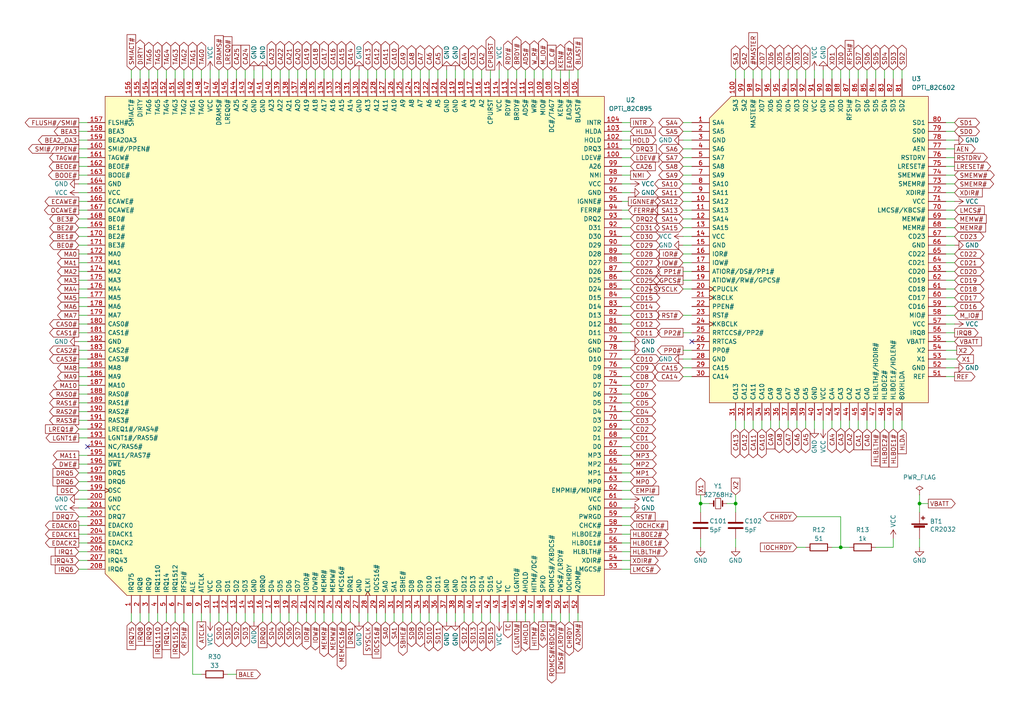
<source format=kicad_sch>
(kicad_sch (version 20211123) (generator eeschema)
  (paper "A4")
  (title_block (title "486 Sandy River Motherboard"))
  (lib_symbols
    (symbol "Device:Battery_Cell" (pin_numbers hide) (pin_names (offset 0) hide)
      (property "Reference" "BT" (at 2.54 2.54 0))
      (property "Value" "Battery_Cell" (at 2.54 0 0))
      (symbol "Battery_Cell_1_1"
        (pin passive line (at 0 5.08 270) (length 2.54) (name "+") (number "1"))
        (pin passive line (at 0 -2.54 90) (length 2.54) (name "-") (number "2"))
      )
    )
    (symbol "Device:C" (pin_numbers hide) (pin_names (offset 0.254))
      (property "Reference" "C" (at 0.635 2.54 0))
      (property "Value" "C" (at 0.635 -2.54 0))
      (symbol "C_1_1"
        (pin passive line (at 0 3.81 270) (length 2.794) (name "~") (number "1"))
        (pin passive line (at 0 -3.81 90) (length 2.794) (name "~") (number "2"))
      )
    )
    (symbol "Device:Crystal_Small" (pin_numbers hide) (pin_names (offset 1.016) hide)
      (property "Reference" "Y" (at 0 2.54 0))
      (property "Value" "Crystal_Small" (at 0 -2.54 0))
      (symbol "Crystal_Small_1_1"
        (pin passive line (at -2.54 0 0) (length 1.27) (name "1") (number "1"))
        (pin passive line (at 2.54 0 180) (length 1.27) (name "2") (number "2"))
      )
    )
    (symbol "Device:R" (pin_numbers hide) (pin_names (offset 0))
      (property "Reference" "R" (at 2.032 0 90))
      (property "Value" "R" (at 0 0 90))
      (symbol "R_1_1"
        (pin passive line (at 0 3.81 270) (length 1.27) (name "~") (number "1"))
        (pin passive line (at 0 -3.81 90) (length 1.27) (name "~") (number "2"))
      )
    )
    (symbol "my_components:OPTi_82C602" (pin_names (offset 0.762))
      (property "Reference" "U" (at 0 0 0))
      (property "Value" "OPTi_82C602" (at 0 -2.54 0))
      (symbol "OPTi_82C602_1_1"
        (pin bidirectional line (at -36.83 -36.83 90) (length 5.08) (name "SA4") (number "1"))
        (pin bidirectional line (at -13.97 -36.83 90) (length 5.08) (name "SA12") (number "10"))
        (pin bidirectional line (at -49.53 -24.13 0) (length 5.08) (name "SA3") (number "100"))
        (pin bidirectional line (at -11.43 -36.83 90) (length 5.08) (name "SA13") (number "11"))
        (pin bidirectional line (at -8.89 -36.83 90) (length 5.08) (name "SA14") (number "12"))
        (pin bidirectional line (at -6.35 -36.83 90) (length 5.08) (name "SA15") (number "13"))
        (pin power_in line (at -3.81 -36.83 90) (length 5.08) (name "VCC") (number "14"))
        (pin power_in line (at -1.27 -36.83 90) (length 5.08) (name "GND") (number "15"))
        (pin bidirectional line (at 1.27 -36.83 90) (length 5.08) (name "IOR#") (number "16"))
        (pin bidirectional line (at 3.81 -36.83 90) (length 5.08) (name "IOW#") (number "17"))
        (pin bidirectional line (at 6.35 -36.83 90) (length 5.08) (name "ATIOR#/DS#/PP1#") (number "18"))
        (pin bidirectional line (at 8.89 -36.83 90) (length 5.08) (name "ATIOW#/RW#/GPCS#") (number "19"))
        (pin bidirectional line (at -34.29 -36.83 90) (length 5.08) (name "SA5") (number "2"))
        (pin input clock (at 11.43 -36.83 90) (length 5.08) (name "CPUCLK") (number "20"))
        (pin output clock (at 13.97 -36.83 90) (length 5.08) (name "KBCLK") (number "21"))
        (pin input line (at 16.51 -36.83 90) (length 5.08) (name "PPEN#") (number "22"))
        (pin input line (at 19.05 -36.83 90) (length 5.08) (name "RST#") (number "23"))
        (pin input clock (at 21.59 -36.83 90) (length 5.08) (name "KKBCLK") (number "24"))
        (pin output line (at 24.13 -36.83 90) (length 5.08) (name "RRTCCS#/PP2#") (number "25"))
        (pin output line (at 26.67 -36.83 90) (length 5.08) (name "RRTCAS") (number "26"))
        (pin output line (at 29.21 -36.83 90) (length 5.08) (name "PP0#") (number "27"))
        (pin power_in line (at 31.75 -36.83 90) (length 5.08) (name "GND") (number "28"))
        (pin bidirectional line (at 34.29 -36.83 90) (length 5.08) (name "CA15") (number "29"))
        (pin power_in line (at -31.75 -36.83 90) (length 5.08) (name "GND") (number "3"))
        (pin bidirectional line (at 36.83 -36.83 90) (length 5.08) (name "CA14") (number "30"))
        (pin bidirectional line (at 49.53 -24.13 180) (length 5.08) (name "CA13") (number "31"))
        (pin bidirectional line (at 49.53 -21.59 180) (length 5.08) (name "CA12") (number "32"))
        (pin bidirectional line (at 49.53 -19.05 180) (length 5.08) (name "CA11") (number "33"))
        (pin bidirectional line (at 49.53 -16.51 180) (length 5.08) (name "CA10") (number "34"))
        (pin bidirectional line (at 49.53 -13.97 180) (length 5.08) (name "CA9") (number "35"))
        (pin bidirectional line (at 49.53 -11.43 180) (length 5.08) (name "CA8") (number "36"))
        (pin bidirectional line (at 49.53 -8.89 180) (length 5.08) (name "CA7") (number "37"))
        (pin bidirectional line (at 49.53 -6.35 180) (length 5.08) (name "CA6") (number "38"))
        (pin bidirectional line (at 49.53 -3.81 180) (length 5.08) (name "CA5") (number "39"))
        (pin bidirectional line (at -29.21 -36.83 90) (length 5.08) (name "SA6") (number "4"))
        (pin power_in line (at 49.53 -1.27 180) (length 5.08) (name "GND") (number "40"))
        (pin power_in line (at 49.53 1.27 180) (length 5.08) (name "VCC") (number "41"))
        (pin bidirectional line (at 49.53 3.81 180) (length 5.08) (name "CA4") (number "42"))
        (pin bidirectional line (at 49.53 6.35 180) (length 5.08) (name "CA3") (number "43"))
        (pin bidirectional line (at 49.53 8.89 180) (length 5.08) (name "CA2") (number "44"))
        (pin input line (at 49.53 11.43 180) (length 5.08) (name "CA1") (number "45"))
        (pin input line (at 49.53 13.97 180) (length 5.08) (name "CA0") (number "46"))
        (pin input line (at 49.53 16.51 180) (length 5.08) (name "HLBLTH#/HDDIR#") (number "47"))
        (pin input line (at 49.53 19.05 180) (length 5.08) (name "HLBOE2#") (number "48"))
        (pin input line (at 49.53 21.59 180) (length 5.08) (name "HLBOE1#/HDLEN#") (number "49"))
        (pin bidirectional line (at -26.67 -36.83 90) (length 5.08) (name "SA7") (number "5"))
        (pin input line (at 49.53 24.13 180) (length 5.08) (name "80XHLDA") (number "50"))
        (pin output line (at 36.83 36.83 270) (length 5.08) (name "REF") (number "51"))
        (pin power_in line (at 34.29 36.83 270) (length 5.08) (name "GND") (number "52"))
        (pin input line (at 31.75 36.83 270) (length 5.08) (name "X1") (number "53"))
        (pin output line (at 29.21 36.83 270) (length 5.08) (name "X2") (number "54"))
        (pin power_in line (at 26.67 36.83 270) (length 5.08) (name "VBATT") (number "55"))
        (pin output line (at 24.13 36.83 270) (length 5.08) (name "IRQ8") (number "56"))
        (pin power_in line (at 21.59 36.83 270) (length 5.08) (name "VCC") (number "57"))
        (pin bidirectional line (at 19.05 36.83 270) (length 5.08) (name "MIO#") (number "58"))
        (pin bidirectional line (at 16.51 36.83 270) (length 5.08) (name "CD16") (number "59"))
        (pin bidirectional line (at -24.13 -36.83 90) (length 5.08) (name "SA8") (number "6"))
        (pin bidirectional line (at 13.97 36.83 270) (length 5.08) (name "CD17") (number "60"))
        (pin bidirectional line (at 11.43 36.83 270) (length 5.08) (name "CD18") (number "61"))
        (pin bidirectional line (at 8.89 36.83 270) (length 5.08) (name "CD19") (number "62"))
        (pin bidirectional line (at 6.35 36.83 270) (length 5.08) (name "CD20") (number "63"))
        (pin bidirectional line (at 3.81 36.83 270) (length 5.08) (name "CD21") (number "64"))
        (pin bidirectional line (at 1.27 36.83 270) (length 5.08) (name "CD22") (number "65"))
        (pin power_in line (at -1.27 36.83 270) (length 5.08) (name "GND") (number "66"))
        (pin bidirectional line (at -3.81 36.83 270) (length 5.08) (name "CD23") (number "67"))
        (pin bidirectional line (at -6.35 36.83 270) (length 5.08) (name "MEMR#") (number "68"))
        (pin bidirectional line (at -8.89 36.83 270) (length 5.08) (name "MEMW#") (number "69"))
        (pin bidirectional line (at -21.59 -36.83 90) (length 5.08) (name "SA9") (number "7"))
        (pin input line (at -11.43 36.83 270) (length 5.08) (name "LMCS#/KBCS#") (number "70"))
        (pin power_in line (at -13.97 36.83 270) (length 5.08) (name "VCC") (number "71"))
        (pin input line (at -16.51 36.83 270) (length 5.08) (name "XDIR#") (number "72"))
        (pin bidirectional line (at -19.05 36.83 270) (length 5.08) (name "SMEMR#") (number "73"))
        (pin bidirectional line (at -21.59 36.83 270) (length 5.08) (name "SMEMW#") (number "74"))
        (pin output line (at -24.13 36.83 270) (length 5.08) (name "LRESET#") (number "75"))
        (pin output line (at -26.67 36.83 270) (length 5.08) (name "RSTDRV") (number "76"))
        (pin output line (at -29.21 36.83 270) (length 5.08) (name "AEN") (number "77"))
        (pin power_in line (at -31.75 36.83 270) (length 5.08) (name "GND") (number "78"))
        (pin bidirectional line (at -34.29 36.83 270) (length 5.08) (name "SD0") (number "79"))
        (pin bidirectional line (at -19.05 -36.83 90) (length 5.08) (name "SA10") (number "8"))
        (pin bidirectional line (at -36.83 36.83 270) (length 5.08) (name "SD1") (number "80"))
        (pin bidirectional line (at -49.53 24.13 0) (length 5.08) (name "SD2") (number "81"))
        (pin bidirectional line (at -49.53 21.59 0) (length 5.08) (name "SD3") (number "82"))
        (pin bidirectional line (at -49.53 19.05 0) (length 5.08) (name "SD4") (number "83"))
        (pin bidirectional line (at -49.53 16.51 0) (length 5.08) (name "SD5") (number "84"))
        (pin bidirectional line (at -49.53 13.97 0) (length 5.08) (name "SD6") (number "85"))
        (pin bidirectional line (at -49.53 11.43 0) (length 5.08) (name "SD7") (number "86"))
        (pin input line (at -49.53 8.89 0) (length 5.08) (name "RFSH#") (number "87"))
        (pin bidirectional line (at -49.53 6.35 0) (length 5.08) (name "XD0") (number "88"))
        (pin bidirectional line (at -49.53 3.81 0) (length 5.08) (name "XD1") (number "89"))
        (pin bidirectional line (at -16.51 -36.83 90) (length 5.08) (name "SA11") (number "9"))
        (pin power_in line (at -49.53 1.27 0) (length 5.08) (name "GND") (number "90"))
        (pin power_in line (at -49.53 -1.27 0) (length 5.08) (name "VCC") (number "91"))
        (pin bidirectional line (at -49.53 -3.81 0) (length 5.08) (name "XD2") (number "92"))
        (pin bidirectional line (at -49.53 -6.35 0) (length 5.08) (name "XD3") (number "93"))
        (pin bidirectional line (at -49.53 -8.89 0) (length 5.08) (name "XD4") (number "94"))
        (pin bidirectional line (at -49.53 -11.43 0) (length 5.08) (name "XD5") (number "95"))
        (pin bidirectional line (at -49.53 -13.97 0) (length 5.08) (name "XD6") (number "96"))
        (pin bidirectional line (at -49.53 -16.51 0) (length 5.08) (name "XD7") (number "97"))
        (pin input line (at -49.53 -19.05 0) (length 5.08) (name "MASTER#") (number "98"))
        (pin bidirectional line (at -49.53 -21.59 0) (length 5.08) (name "SA2") (number "99"))
      )
    )
    (symbol "my_components:OPTi_82C895" (pin_names (offset 0.762))
      (property "Reference" "U" (at 0 0 0))
      (property "Value" "OPTi_82C895" (at 0 -2.54 0))
      (symbol "OPTi_82C895_1_1"
        (pin input line (at -64.77 -77.47 90) (length 5.08) (name "IRQ75") (number "1"))
        (pin power_in line (at -41.91 -77.47 90) (length 5.08) (name "VCC") (number "10"))
        (pin input line (at 77.47 54.61 180) (length 5.08) (name "LDEV#") (number "100"))
        (pin input line (at 77.47 57.15 180) (length 5.08) (name "DRQ3") (number "101"))
        (pin output line (at 77.47 59.69 180) (length 5.08) (name "HOLD") (number "102"))
        (pin input line (at 77.47 62.23 180) (length 5.08) (name "HLDA") (number "103"))
        (pin output line (at 77.47 64.77 180) (length 5.08) (name "INTR") (number "104"))
        (pin input line (at 64.77 77.47 270) (length 5.08) (name "BLAST#") (number "105"))
        (pin output line (at 62.23 77.47 270) (length 5.08) (name "EADS#") (number "106"))
        (pin output line (at 59.69 77.47 270) (length 5.08) (name "KEN#") (number "107"))
        (pin bidirectional line (at 57.15 77.47 270) (length 5.08) (name "DC#/TAG7") (number "108"))
        (pin bidirectional line (at 54.61 77.47 270) (length 5.08) (name "MIO#") (number "109"))
        (pin bidirectional line (at -39.37 -77.47 90) (length 5.08) (name "SD0") (number "11"))
        (pin bidirectional line (at 52.07 77.47 270) (length 5.08) (name "WR#") (number "110"))
        (pin bidirectional line (at 49.53 77.47 270) (length 5.08) (name "ADS#") (number "111"))
        (pin bidirectional line (at 46.99 77.47 270) (length 5.08) (name "BRDY#") (number "112"))
        (pin bidirectional line (at 44.45 77.47 270) (length 5.08) (name "RDY#") (number "113"))
        (pin power_in line (at 41.91 77.47 270) (length 5.08) (name "VCC") (number "114"))
        (pin output line (at 39.37 77.47 270) (length 5.08) (name "CPURST") (number "115"))
        (pin bidirectional line (at 36.83 77.47 270) (length 5.08) (name "A2") (number "116"))
        (pin bidirectional line (at 34.29 77.47 270) (length 5.08) (name "A3") (number "117"))
        (pin bidirectional line (at 31.75 77.47 270) (length 5.08) (name "A4") (number "118"))
        (pin power_in line (at 29.21 77.47 270) (length 5.08) (name "GND") (number "119"))
        (pin bidirectional line (at -36.83 -77.47 90) (length 5.08) (name "SD1") (number "12"))
        (pin power_in line (at 26.67 77.47 270) (length 5.08) (name "GND") (number "120"))
        (pin bidirectional line (at 24.13 77.47 270) (length 5.08) (name "A5") (number "121"))
        (pin bidirectional line (at 21.59 77.47 270) (length 5.08) (name "A6") (number "122"))
        (pin bidirectional line (at 19.05 77.47 270) (length 5.08) (name "A7") (number "123"))
        (pin bidirectional line (at 16.51 77.47 270) (length 5.08) (name "A8") (number "124"))
        (pin bidirectional line (at 13.97 77.47 270) (length 5.08) (name "A9") (number "125"))
        (pin bidirectional line (at 11.43 77.47 270) (length 5.08) (name "A10") (number "126"))
        (pin bidirectional line (at 8.89 77.47 270) (length 5.08) (name "A11") (number "127"))
        (pin bidirectional line (at 6.35 77.47 270) (length 5.08) (name "A12") (number "128"))
        (pin bidirectional line (at 3.81 77.47 270) (length 5.08) (name "A13") (number "129"))
        (pin bidirectional line (at -34.29 -77.47 90) (length 5.08) (name "SD2") (number "13"))
        (pin power_in line (at 1.27 77.47 270) (length 5.08) (name "GND") (number "130"))
        (pin bidirectional line (at -1.27 77.47 270) (length 5.08) (name "A14") (number "131"))
        (pin bidirectional line (at -3.81 77.47 270) (length 5.08) (name "A15") (number "132"))
        (pin bidirectional line (at -6.35 77.47 270) (length 5.08) (name "A16") (number "133"))
        (pin bidirectional line (at -8.89 77.47 270) (length 5.08) (name "A17") (number "134"))
        (pin bidirectional line (at -11.43 77.47 270) (length 5.08) (name "A18") (number "135"))
        (pin bidirectional line (at -13.97 77.47 270) (length 5.08) (name "A19") (number "136"))
        (pin bidirectional line (at -16.51 77.47 270) (length 5.08) (name "A20") (number "137"))
        (pin bidirectional line (at -19.05 77.47 270) (length 5.08) (name "A21") (number "138"))
        (pin bidirectional line (at -21.59 77.47 270) (length 5.08) (name "A22") (number "139"))
        (pin bidirectional line (at -31.75 -77.47 90) (length 5.08) (name "SD3") (number "14"))
        (pin bidirectional line (at -24.13 77.47 270) (length 5.08) (name "A23") (number "140"))
        (pin bidirectional line (at -26.67 77.47 270) (length 5.08) (name "GND") (number "141"))
        (pin bidirectional line (at -29.21 77.47 270) (length 5.08) (name "GND") (number "142"))
        (pin input line (at -31.75 77.47 270) (length 5.08) (name "A24") (number "143"))
        (pin input line (at -34.29 77.47 270) (length 5.08) (name "A25") (number "144"))
        (pin input line (at -36.83 77.47 270) (length 5.08) (name "LREQ0#") (number "145"))
        (pin output line (at -39.37 77.47 270) (length 5.08) (name "DRAMS#") (number "146"))
        (pin power_in line (at -41.91 77.47 270) (length 5.08) (name "VCC") (number "147"))
        (pin bidirectional line (at -44.45 77.47 270) (length 5.08) (name "TAG0") (number "148"))
        (pin bidirectional line (at -46.99 77.47 270) (length 5.08) (name "TAG1") (number "149"))
        (pin power_in line (at -29.21 -77.47 90) (length 5.08) (name "GND") (number "15"))
        (pin bidirectional line (at -49.53 77.47 270) (length 5.08) (name "TAG2") (number "150"))
        (pin bidirectional line (at -52.07 77.47 270) (length 5.08) (name "TAG3") (number "151"))
        (pin bidirectional line (at -54.61 77.47 270) (length 5.08) (name "TAG4") (number "152"))
        (pin bidirectional line (at -57.15 77.47 270) (length 5.08) (name "TAG5") (number "153"))
        (pin bidirectional line (at -59.69 77.47 270) (length 5.08) (name "TAG6") (number "154"))
        (pin bidirectional line (at -62.23 77.47 270) (length 5.08) (name "DIRTY") (number "155"))
        (pin bidirectional line (at -64.77 77.47 270) (length 5.08) (name "SMIACT#") (number "156"))
        (pin output line (at -77.47 64.77 0) (length 5.08) (name "FLSH#") (number "157"))
        (pin output line (at -77.47 62.23 0) (length 5.08) (name "BEA3") (number "158"))
        (pin output line (at -77.47 59.69 0) (length 5.08) (name "BEA2OA3") (number "159"))
        (pin input line (at -26.67 -77.47 90) (length 5.08) (name "DRQ0") (number "16"))
        (pin bidirectional line (at -77.47 57.15 0) (length 5.08) (name "SMI#/PPEN#") (number "160"))
        (pin output line (at -77.47 54.61 0) (length 5.08) (name "TAGW#") (number "161"))
        (pin output line (at -77.47 52.07 0) (length 5.08) (name "BEOE#") (number "162"))
        (pin output line (at -77.47 49.53 0) (length 5.08) (name "BOOE#") (number "163"))
        (pin power_in line (at -77.47 46.99 0) (length 5.08) (name "GND") (number "164"))
        (pin power_in line (at -77.47 44.45 0) (length 5.08) (name "VCC") (number "165"))
        (pin output line (at -77.47 41.91 0) (length 5.08) (name "ECAWE#") (number "166"))
        (pin output line (at -77.47 39.37 0) (length 5.08) (name "OCAWE#") (number "167"))
        (pin bidirectional line (at -77.47 36.83 0) (length 5.08) (name "BE0#") (number "168"))
        (pin bidirectional line (at -77.47 34.29 0) (length 5.08) (name "BE1#") (number "169"))
        (pin bidirectional line (at -24.13 -77.47 90) (length 5.08) (name "SD4") (number "17"))
        (pin bidirectional line (at -77.47 31.75 0) (length 5.08) (name "BE2#") (number "170"))
        (pin bidirectional line (at -77.47 29.21 0) (length 5.08) (name "BE3#") (number "171"))
        (pin output line (at -77.47 26.67 0) (length 5.08) (name "MA0") (number "172"))
        (pin output line (at -77.47 24.13 0) (length 5.08) (name "MA1") (number "173"))
        (pin output line (at -77.47 21.59 0) (length 5.08) (name "MA2") (number "174"))
        (pin output line (at -77.47 19.05 0) (length 5.08) (name "MA3") (number "175"))
        (pin output line (at -77.47 16.51 0) (length 5.08) (name "MA4") (number "176"))
        (pin output line (at -77.47 13.97 0) (length 5.08) (name "MA5") (number "177"))
        (pin output line (at -77.47 11.43 0) (length 5.08) (name "MA6") (number "178"))
        (pin output line (at -77.47 8.89 0) (length 5.08) (name "MA7") (number "179"))
        (pin bidirectional line (at -21.59 -77.47 90) (length 5.08) (name "SD5") (number "18"))
        (pin output line (at -77.47 6.35 0) (length 5.08) (name "CAS0#") (number "180"))
        (pin output line (at -77.47 3.81 0) (length 5.08) (name "CAS1#") (number "181"))
        (pin power_in line (at -77.47 1.27 0) (length 5.08) (name "GND") (number "182"))
        (pin output line (at -77.47 -1.27 0) (length 5.08) (name "CAS2#") (number "183"))
        (pin output line (at -77.47 -3.81 0) (length 5.08) (name "CAS3#") (number "184"))
        (pin output line (at -77.47 -6.35 0) (length 5.08) (name "MA8") (number "185"))
        (pin output line (at -77.47 -8.89 0) (length 5.08) (name "MA9") (number "186"))
        (pin output line (at -77.47 -11.43 0) (length 5.08) (name "MA10") (number "187"))
        (pin output line (at -77.47 -13.97 0) (length 5.08) (name "RAS0#") (number "188"))
        (pin output line (at -77.47 -16.51 0) (length 5.08) (name "RAS1#") (number "189"))
        (pin bidirectional line (at -19.05 -77.47 90) (length 5.08) (name "SD6") (number "19"))
        (pin output line (at -77.47 -19.05 0) (length 5.08) (name "RAS2#") (number "190"))
        (pin output line (at -77.47 -21.59 0) (length 5.08) (name "RAS3#") (number "191"))
        (pin input line (at -77.47 -24.13 0) (length 5.08) (name "LREQ1#/RAS4#") (number "192"))
        (pin output line (at -77.47 -26.67 0) (length 5.08) (name "LGNT1#/RAS5#") (number "193"))
        (pin output line (at -77.47 -29.21 0) (length 5.08) (name "NC/RAS6#") (number "194"))
        (pin output line (at -77.47 -31.75 0) (length 5.08) (name "MA11/RAS7#") (number "195"))
        (pin output line (at -77.47 -34.29 0) (length 5.08) (name "~{DWE}") (number "196"))
        (pin input line (at -77.47 -36.83 0) (length 5.08) (name "DRQ5") (number "197"))
        (pin input line (at -77.47 -39.37 0) (length 5.08) (name "DRQ6") (number "198"))
        (pin input clock (at -77.47 -41.91 0) (length 5.08) (name "OSC") (number "199"))
        (pin input line (at -62.23 -77.47 90) (length 5.08) (name "IRQ8") (number "2"))
        (pin bidirectional line (at -16.51 -77.47 90) (length 5.08) (name "SD7") (number "20"))
        (pin power_in line (at -77.47 -44.45 0) (length 5.08) (name "GND") (number "200"))
        (pin power_in line (at -77.47 -46.99 0) (length 5.08) (name "VCC") (number "201"))
        (pin input line (at -77.47 -49.53 0) (length 5.08) (name "DRQ7") (number "202"))
        (pin output line (at -77.47 -52.07 0) (length 5.08) (name "EDACK0") (number "203"))
        (pin output line (at -77.47 -54.61 0) (length 5.08) (name "EDACK1") (number "204"))
        (pin output line (at -77.47 -57.15 0) (length 5.08) (name "EDACK2") (number "205"))
        (pin input line (at -77.47 -59.69 0) (length 5.08) (name "IRQ1") (number "206"))
        (pin input line (at -77.47 -62.23 0) (length 5.08) (name "IRQ43") (number "207"))
        (pin input line (at -77.47 -64.77 0) (length 5.08) (name "IRQ6") (number "208"))
        (pin bidirectional line (at -13.97 -77.47 90) (length 5.08) (name "IORD#") (number "21"))
        (pin bidirectional line (at -11.43 -77.47 90) (length 5.08) (name "IOWR#") (number "22"))
        (pin bidirectional line (at -8.89 -77.47 90) (length 5.08) (name "MEMR#") (number "23"))
        (pin bidirectional line (at -6.35 -77.47 90) (length 5.08) (name "MEMW#") (number "24"))
        (pin bidirectional line (at -3.81 -77.47 90) (length 5.08) (name "MCS16#") (number "25"))
        (pin input line (at -1.27 -77.47 90) (length 5.08) (name "DRQ1") (number "26"))
        (pin power_in line (at 1.27 -77.47 90) (length 5.08) (name "GND") (number "27"))
        (pin input clock (at 3.81 -77.47 90) (length 5.08) (name "CLKI") (number "28"))
        (pin input line (at 6.35 -77.47 90) (length 5.08) (name "IOCS16#") (number "29"))
        (pin input line (at -59.69 -77.47 90) (length 5.08) (name "IRQ9") (number "3"))
        (pin bidirectional line (at 8.89 -77.47 90) (length 5.08) (name "SA0") (number "30"))
        (pin bidirectional line (at 11.43 -77.47 90) (length 5.08) (name "SA1") (number "31"))
        (pin bidirectional line (at 13.97 -77.47 90) (length 5.08) (name "SBHE#") (number "32"))
        (pin bidirectional line (at 16.51 -77.47 90) (length 5.08) (name "SD8") (number "33"))
        (pin bidirectional line (at 19.05 -77.47 90) (length 5.08) (name "SD9") (number "34"))
        (pin bidirectional line (at 21.59 -77.47 90) (length 5.08) (name "SD10") (number "35"))
        (pin bidirectional line (at 24.13 -77.47 90) (length 5.08) (name "SD11") (number "36"))
        (pin power_in line (at 26.67 -77.47 90) (length 5.08) (name "GND") (number "37"))
        (pin power_in line (at 29.21 -77.47 90) (length 5.08) (name "GND") (number "38"))
        (pin bidirectional line (at 31.75 -77.47 90) (length 5.08) (name "SD12") (number "39"))
        (pin input line (at -57.15 -77.47 90) (length 5.08) (name "IRQ1110") (number "4"))
        (pin bidirectional line (at 34.29 -77.47 90) (length 5.08) (name "SD13") (number "40"))
        (pin bidirectional line (at 36.83 -77.47 90) (length 5.08) (name "SD14") (number "41"))
        (pin bidirectional line (at 39.37 -77.47 90) (length 5.08) (name "SD15") (number "42"))
        (pin power_in line (at 41.91 -77.47 90) (length 5.08) (name "VCC") (number "43"))
        (pin output line (at 44.45 -77.47 90) (length 5.08) (name "TC") (number "44"))
        (pin output line (at 46.99 -77.47 90) (length 5.08) (name "LGNT0#") (number "45"))
        (pin output line (at 49.53 -77.47 90) (length 5.08) (name "AHOLD") (number "46"))
        (pin input line (at 52.07 -77.47 90) (length 5.08) (name "HITM#/DC#") (number "47"))
        (pin output line (at 54.61 -77.47 90) (length 5.08) (name "SPKD") (number "48"))
        (pin output line (at 57.15 -77.47 90) (length 5.08) (name "ROMCS#/KBDCS#") (number "49"))
        (pin input line (at -54.61 -77.47 90) (length 5.08) (name "IRQ14") (number "5"))
        (pin input line (at 59.69 -77.47 90) (length 5.08) (name "0WS#/LRDY#") (number "50"))
        (pin bidirectional line (at 62.23 -77.47 90) (length 5.08) (name "IOCHRDY") (number "51"))
        (pin output line (at 64.77 -77.47 90) (length 5.08) (name "A20M#") (number "52"))
        (pin output line (at 77.47 -64.77 180) (length 5.08) (name "LMGCS#") (number "53"))
        (pin output line (at 77.47 -62.23 180) (length 5.08) (name "XDIR#") (number "54"))
        (pin output line (at 77.47 -59.69 180) (length 5.08) (name "HLBLTH#") (number "55"))
        (pin output line (at 77.47 -57.15 180) (length 5.08) (name "HLBOE1#") (number "56"))
        (pin output line (at 77.47 -54.61 180) (length 5.08) (name "HLBOE2#") (number "57"))
        (pin input line (at 77.47 -52.07 180) (length 5.08) (name "CHCK#") (number "58"))
        (pin input line (at 77.47 -49.53 180) (length 5.08) (name "PWRGD") (number "59"))
        (pin input line (at -52.07 -77.47 90) (length 5.08) (name "IRQ1512") (number "6"))
        (pin power_in line (at 77.47 -46.99 180) (length 5.08) (name "GND") (number "60"))
        (pin power_in line (at 77.47 -44.45 180) (length 5.08) (name "VCC") (number "61"))
        (pin bidirectional line (at 77.47 -41.91 180) (length 5.08) (name "EMPMI#/MDIR#") (number "62"))
        (pin bidirectional line (at 77.47 -39.37 180) (length 5.08) (name "MP0") (number "63"))
        (pin bidirectional line (at 77.47 -36.83 180) (length 5.08) (name "MP1") (number "64"))
        (pin bidirectional line (at 77.47 -34.29 180) (length 5.08) (name "MP2") (number "65"))
        (pin bidirectional line (at 77.47 -31.75 180) (length 5.08) (name "MP3") (number "66"))
        (pin bidirectional line (at 77.47 -29.21 180) (length 5.08) (name "D0") (number "67"))
        (pin bidirectional line (at 77.47 -26.67 180) (length 5.08) (name "D1") (number "68"))
        (pin bidirectional line (at 77.47 -24.13 180) (length 5.08) (name "D2") (number "69"))
        (pin bidirectional line (at -49.53 -77.47 90) (length 5.08) (name "RFSH#") (number "7"))
        (pin bidirectional line (at 77.47 -21.59 180) (length 5.08) (name "D3") (number "70"))
        (pin bidirectional line (at 77.47 -19.05 180) (length 5.08) (name "D4") (number "71"))
        (pin bidirectional line (at 77.47 -16.51 180) (length 5.08) (name "D5") (number "72"))
        (pin bidirectional line (at 77.47 -13.97 180) (length 5.08) (name "D6") (number "73"))
        (pin bidirectional line (at 77.47 -11.43 180) (length 5.08) (name "D7") (number "74"))
        (pin bidirectional line (at 77.47 -8.89 180) (length 5.08) (name "D8") (number "75"))
        (pin bidirectional line (at 77.47 -6.35 180) (length 5.08) (name "D9") (number "76"))
        (pin bidirectional line (at 77.47 -3.81 180) (length 5.08) (name "D10") (number "77"))
        (pin power_in line (at 77.47 -1.27 180) (length 5.08) (name "GND") (number "78"))
        (pin power_in line (at 77.47 1.27 180) (length 5.08) (name "GND") (number "79"))
        (pin output line (at -46.99 -77.47 90) (length 5.08) (name "ALE") (number "8"))
        (pin bidirectional line (at 77.47 3.81 180) (length 5.08) (name "D11") (number "80"))
        (pin bidirectional line (at 77.47 6.35 180) (length 5.08) (name "D12") (number "81"))
        (pin bidirectional line (at 77.47 8.89 180) (length 5.08) (name "D13") (number "82"))
        (pin bidirectional line (at 77.47 11.43 180) (length 5.08) (name "D14") (number "83"))
        (pin bidirectional line (at 77.47 13.97 180) (length 5.08) (name "D15") (number "84"))
        (pin bidirectional line (at 77.47 16.51 180) (length 5.08) (name "D24") (number "85"))
        (pin bidirectional line (at 77.47 19.05 180) (length 5.08) (name "D25") (number "86"))
        (pin bidirectional line (at 77.47 21.59 180) (length 5.08) (name "D26") (number "87"))
        (pin bidirectional line (at 77.47 24.13 180) (length 5.08) (name "D27") (number "88"))
        (pin bidirectional line (at 77.47 26.67 180) (length 5.08) (name "D28") (number "89"))
        (pin output line (at -44.45 -77.47 90) (length 5.08) (name "ATCLK") (number "9"))
        (pin bidirectional line (at 77.47 29.21 180) (length 5.08) (name "D29") (number "90"))
        (pin bidirectional line (at 77.47 31.75 180) (length 5.08) (name "D30") (number "91"))
        (pin bidirectional line (at 77.47 34.29 180) (length 5.08) (name "D31") (number "92"))
        (pin input line (at 77.47 36.83 180) (length 5.08) (name "DRQ2") (number "93"))
        (pin input line (at 77.47 39.37 180) (length 5.08) (name "FERR#") (number "94"))
        (pin output line (at 77.47 41.91 180) (length 5.08) (name "IGNNE#") (number "95"))
        (pin power_in line (at 77.47 44.45 180) (length 5.08) (name "GND") (number "96"))
        (pin power_in line (at 77.47 46.99 180) (length 5.08) (name "VCC") (number "97"))
        (pin output line (at 77.47 49.53 180) (length 5.08) (name "NMI") (number "98"))
        (pin input line (at 77.47 52.07 180) (length 5.08) (name "A26") (number "99"))
      )
    )
    (symbol "power:GND" (power) (pin_names (offset 0))
      (property "Value" "GND" (at 0 -3.81 0))
      (symbol "GND_1_1"
        (pin power_in line (at 0 0 270) (length 0) hide (name "GND") (number "1"))
      )
    )
    (symbol "power:PWR_FLAG" (power) (pin_numbers hide) (pin_names (offset 0) hide)
      (property "Value" "PWR_FLAG" (at 0 3.81 0))
      (symbol "PWR_FLAG_0_0"
        (pin power_out line (at 0 0 90) (length 0) (name "pwr") (number "1"))
      )
    )
    (symbol "power:VCC" (power) (pin_names (offset 0))
      (property "Value" "VCC" (at 0 3.81 0))
      (symbol "VCC_1_1"
        (pin power_in line (at 0 0 90) (length 0) hide (name "VCC") (number "1"))
      )
    )
  )
  (junction (at 203.2 146.05))
  (junction (at 213.36 146.05))
  (junction (at 266.7 146.05))
  (junction (at 243.84 158.75))
  (no_connect (at 200.66 99.06))
  (no_connect (at 25.4 129.54))
  (wire (pts (xy 167.64 177.8) (xy 167.64 180.34)))
  (wire (pts (xy 180.34 55.88) (xy 182.88 55.88)))
  (wire (pts (xy 180.34 35.56) (xy 182.88 35.56)))
  (wire (pts (xy 220.98 22.86) (xy 220.98 20.32)))
  (wire (pts (xy 180.34 165.1) (xy 182.88 165.1)))
  (wire (pts (xy 60.96 180.34) (xy 60.96 177.8)))
  (wire (pts (xy 200.66 55.88) (xy 198.12 55.88)))
  (wire (pts (xy 218.44 124.46) (xy 218.44 121.92)))
  (wire (pts (xy 259.08 158.75) (xy 259.08 156.21)))
  (wire (pts (xy 22.86 132.08) (xy 25.4 132.08)))
  (wire (pts (xy 180.34 76.2) (xy 182.88 76.2)))
  (wire (pts (xy 198.12 91.44) (xy 200.66 91.44)))
  (wire (pts (xy 274.32 63.5) (xy 276.86 63.5)))
  (wire (pts (xy 180.34 104.14) (xy 182.88 104.14)))
  (wire (pts (xy 259.08 22.86) (xy 259.08 20.32)))
  (wire (pts (xy 22.86 134.62) (xy 25.4 134.62)))
  (wire (pts (xy 22.86 88.9) (xy 25.4 88.9)))
  (wire (pts (xy 22.86 43.18) (xy 25.4 43.18)))
  (wire (pts (xy 182.88 38.1) (xy 180.34 38.1)))
  (wire (pts (xy 22.86 144.78) (xy 25.4 144.78)))
  (wire (pts (xy 96.52 22.86) (xy 96.52 20.32)))
  (wire (pts (xy 274.32 50.8) (xy 276.86 50.8)))
  (wire (pts (xy 22.86 109.22) (xy 25.4 109.22)))
  (wire (pts (xy 81.28 180.34) (xy 81.28 177.8)))
  (wire (pts (xy 83.82 180.34) (xy 83.82 177.8)))
  (wire (pts (xy 22.86 96.52) (xy 25.4 96.52)))
  (wire (pts (xy 142.24 22.86) (xy 142.24 20.32)))
  (wire (pts (xy 180.34 99.06) (xy 182.88 99.06)))
  (wire (pts (xy 243.84 149.86) (xy 231.14 149.86)))
  (wire (pts (xy 116.84 177.8) (xy 116.84 180.34)))
  (wire (pts (xy 261.62 22.86) (xy 261.62 20.32)))
  (wire (pts (xy 274.32 76.2) (xy 276.86 76.2)))
  (wire (pts (xy 180.34 129.54) (xy 182.88 129.54)))
  (wire (pts (xy 180.34 101.6) (xy 182.88 101.6)))
  (wire (pts (xy 22.86 86.36) (xy 25.4 86.36)))
  (wire (pts (xy 22.86 76.2) (xy 25.4 76.2)))
  (wire (pts (xy 274.32 96.52) (xy 276.86 96.52)))
  (wire (pts (xy 213.36 146.05) (xy 210.82 146.05)))
  (wire (pts (xy 243.84 22.86) (xy 243.84 20.32)))
  (wire (pts (xy 215.9 124.46) (xy 215.9 121.92)))
  (wire (pts (xy 22.86 81.28) (xy 25.4 81.28)))
  (wire (pts (xy 180.34 66.04) (xy 182.88 66.04)))
  (wire (pts (xy 152.4 177.8) (xy 152.4 180.34)))
  (wire (pts (xy 137.16 177.8) (xy 137.16 180.34)))
  (wire (pts (xy 119.38 22.86) (xy 119.38 20.32)))
  (wire (pts (xy 88.9 22.86) (xy 88.9 20.32)))
  (wire (pts (xy 180.34 88.9) (xy 182.88 88.9)))
  (wire (pts (xy 274.32 78.74) (xy 276.86 78.74)))
  (wire (pts (xy 22.86 124.46) (xy 25.4 124.46)))
  (wire (pts (xy 55.88 195.58) (xy 58.42 195.58)))
  (wire (pts (xy 22.86 55.88) (xy 25.4 55.88)))
  (wire (pts (xy 200.66 66.04) (xy 198.12 66.04)))
  (wire (pts (xy 276.86 93.98) (xy 274.32 93.98)))
  (wire (pts (xy 198.12 101.6) (xy 200.66 101.6)))
  (wire (pts (xy 132.08 180.34) (xy 132.08 177.8)))
  (wire (pts (xy 180.34 83.82) (xy 182.88 83.82)))
  (wire (pts (xy 223.52 22.86) (xy 223.52 20.32)))
  (wire (pts (xy 198.12 78.74) (xy 200.66 78.74)))
  (wire (pts (xy 101.6 22.86) (xy 101.6 20.32)))
  (wire (pts (xy 124.46 22.86) (xy 124.46 20.32)))
  (wire (pts (xy 154.94 22.86) (xy 154.94 20.32)))
  (wire (pts (xy 200.66 50.8) (xy 198.12 50.8)))
  (wire (pts (xy 22.86 142.24) (xy 25.4 142.24)))
  (wire (pts (xy 200.66 35.56) (xy 198.12 35.56)))
  (wire (pts (xy 228.6 124.206) (xy 228.6 121.92)))
  (wire (pts (xy 99.06 180.34) (xy 99.06 177.8)))
  (wire (pts (xy 149.86 177.8) (xy 149.86 180.34)))
  (wire (pts (xy 198.12 104.14) (xy 200.66 104.14)))
  (wire (pts (xy 228.6 22.86) (xy 228.6 20.32)))
  (wire (pts (xy 254 22.86) (xy 254 20.32)))
  (wire (pts (xy 261.62 121.92) (xy 261.62 124.46)))
  (wire (pts (xy 238.76 124.46) (xy 238.76 121.92)))
  (wire (pts (xy 22.86 73.66) (xy 25.4 73.66)))
  (wire (pts (xy 154.94 177.8) (xy 154.94 180.34)))
  (wire (pts (xy 78.74 22.86) (xy 78.74 20.32)))
  (wire (pts (xy 266.7 143.51) (xy 266.7 146.05)))
  (wire (pts (xy 22.86 63.5) (xy 25.4 63.5)))
  (wire (pts (xy 160.02 22.86) (xy 160.02 20.32)))
  (wire (pts (xy 226.06 22.86) (xy 226.06 20.32)))
  (wire (pts (xy 45.72 20.32) (xy 45.72 22.86)))
  (wire (pts (xy 274.32 55.88) (xy 276.86 55.88)))
  (wire (pts (xy 223.52 124.206) (xy 223.52 121.92)))
  (wire (pts (xy 266.7 146.05) (xy 266.7 148.59)))
  (wire (pts (xy 22.86 116.84) (xy 25.4 116.84)))
  (wire (pts (xy 22.86 50.8) (xy 25.4 50.8)))
  (wire (pts (xy 25.4 68.58) (xy 22.86 68.58)))
  (wire (pts (xy 180.34 160.02) (xy 182.88 160.02)))
  (wire (pts (xy 180.34 124.46) (xy 182.88 124.46)))
  (wire (pts (xy 180.34 147.32) (xy 182.88 147.32)))
  (wire (pts (xy 274.32 68.58) (xy 276.86 68.58)))
  (wire (pts (xy 58.42 20.32) (xy 58.42 22.86)))
  (wire (pts (xy 38.1 180.34) (xy 38.1 177.8)))
  (wire (pts (xy 203.2 146.05) (xy 205.74 146.05)))
  (wire (pts (xy 91.44 22.86) (xy 91.44 20.32)))
  (wire (pts (xy 142.24 177.8) (xy 142.24 180.34)))
  (wire (pts (xy 231.14 22.86) (xy 231.14 20.32)))
  (wire (pts (xy 274.32 88.9) (xy 276.86 88.9)))
  (wire (pts (xy 274.32 43.18) (xy 276.86 43.18)))
  (wire (pts (xy 243.84 158.75) (xy 246.38 158.75)))
  (wire (pts (xy 22.86 101.6) (xy 25.4 101.6)))
  (wire (pts (xy 276.86 71.12) (xy 274.32 71.12)))
  (wire (pts (xy 180.34 40.64) (xy 182.88 40.64)))
  (wire (pts (xy 215.9 22.86) (xy 215.9 20.32)))
  (wire (pts (xy 22.86 137.16) (xy 25.4 137.16)))
  (wire (pts (xy 180.34 154.94) (xy 182.88 154.94)))
  (wire (pts (xy 55.88 20.32) (xy 55.88 22.86)))
  (wire (pts (xy 43.18 20.32) (xy 43.18 22.86)))
  (wire (pts (xy 25.4 71.12) (xy 22.86 71.12)))
  (wire (pts (xy 152.4 22.86) (xy 152.4 20.32)))
  (wire (pts (xy 129.54 20.32) (xy 129.54 22.86)))
  (wire (pts (xy 76.2 180.34) (xy 76.2 177.8)))
  (wire (pts (xy 276.86 109.22) (xy 274.32 109.22)))
  (wire (pts (xy 180.34 152.4) (xy 182.88 152.4)))
  (wire (pts (xy 22.86 160.02) (xy 25.4 160.02)))
  (wire (pts (xy 241.3 124.206) (xy 241.3 121.92)))
  (wire (pts (xy 40.64 177.8) (xy 40.64 180.34)))
  (wire (pts (xy 182.88 149.86) (xy 180.34 149.86)))
  (wire (pts (xy 124.46 180.34) (xy 124.46 177.8)))
  (wire (pts (xy 198.12 68.58) (xy 200.66 68.58)))
  (wire (pts (xy 86.36 22.86) (xy 86.36 20.32)))
  (wire (pts (xy 121.92 22.86) (xy 121.92 20.32)))
  (wire (pts (xy 40.64 20.32) (xy 40.64 22.86)))
  (wire (pts (xy 213.36 148.59) (xy 213.36 146.05)))
  (wire (pts (xy 106.68 22.86) (xy 106.68 20.32)))
  (wire (pts (xy 22.86 48.26) (xy 25.4 48.26)))
  (wire (pts (xy 22.86 121.92) (xy 25.4 121.92)))
  (wire (pts (xy 111.76 22.86) (xy 111.76 20.32)))
  (wire (pts (xy 53.34 177.8) (xy 53.34 180.34)))
  (wire (pts (xy 213.36 158.75) (xy 213.36 156.21)))
  (wire (pts (xy 200.66 45.72) (xy 198.12 45.72)))
  (wire (pts (xy 246.38 124.206) (xy 246.38 121.92)))
  (wire (pts (xy 180.34 60.96) (xy 182.245 60.96)))
  (wire (pts (xy 104.14 20.32) (xy 104.14 22.86)))
  (wire (pts (xy 180.34 157.48) (xy 182.88 157.48)))
  (wire (pts (xy 203.2 146.05) (xy 203.2 148.59)))
  (wire (pts (xy 60.96 20.32) (xy 60.96 22.86)))
  (wire (pts (xy 274.32 35.56) (xy 276.86 35.56)))
  (wire (pts (xy 200.66 73.66) (xy 198.12 73.66)))
  (wire (pts (xy 243.84 158.75) (xy 243.84 149.86)))
  (wire (pts (xy 203.2 143.51) (xy 203.2 146.05)))
  (wire (pts (xy 22.86 139.7) (xy 25.4 139.7)))
  (wire (pts (xy 149.86 22.86) (xy 149.86 20.32)))
  (wire (pts (xy 22.86 35.56) (xy 25.4 35.56)))
  (wire (pts (xy 180.34 139.7) (xy 182.88 139.7)))
  (wire (pts (xy 157.48 177.8) (xy 157.48 180.34)))
  (wire (pts (xy 22.86 147.32) (xy 25.4 147.32)))
  (wire (pts (xy 198.12 71.12) (xy 200.66 71.12)))
  (wire (pts (xy 129.54 180.34) (xy 129.54 177.8)))
  (wire (pts (xy 182.88 144.78) (xy 180.34 144.78)))
  (wire (pts (xy 104.14 180.34) (xy 104.14 177.8)))
  (wire (pts (xy 233.68 22.86) (xy 233.68 20.32)))
  (wire (pts (xy 93.98 22.86) (xy 93.98 20.32)))
  (wire (pts (xy 50.8 20.32) (xy 50.8 22.86)))
  (wire (pts (xy 251.46 22.86) (xy 251.46 20.32)))
  (wire (pts (xy 180.34 81.28) (xy 182.88 81.28)))
  (wire (pts (xy 109.22 177.8) (xy 109.22 180.34)))
  (wire (pts (xy 276.86 91.44) (xy 274.32 91.44)))
  (wire (pts (xy 233.68 124.206) (xy 233.68 121.92)))
  (wire (pts (xy 144.78 20.32) (xy 144.78 22.86)))
  (wire (pts (xy 274.32 104.14) (xy 277.495 104.14)))
  (wire (pts (xy 198.12 106.68) (xy 200.66 106.68)))
  (wire (pts (xy 134.62 20.32) (xy 134.62 22.86)))
  (wire (pts (xy 198.12 109.22) (xy 200.66 109.22)))
  (wire (pts (xy 200.66 63.5) (xy 198.12 63.5)))
  (wire (pts (xy 241.3 22.86) (xy 241.3 20.32)))
  (wire (pts (xy 22.86 104.14) (xy 25.4 104.14)))
  (wire (pts (xy 45.72 177.8) (xy 45.72 180.34)))
  (wire (pts (xy 200.66 53.34) (xy 198.12 53.34)))
  (wire (pts (xy 114.3 177.8) (xy 114.3 180.34)))
  (wire (pts (xy 165.1 22.86) (xy 165.1 20.32)))
  (wire (pts (xy 180.34 119.38) (xy 182.88 119.38)))
  (wire (pts (xy 180.34 86.36) (xy 182.88 86.36)))
  (wire (pts (xy 53.34 20.32) (xy 53.34 22.86)))
  (wire (pts (xy 50.8 177.8) (xy 50.8 180.34)))
  (wire (pts (xy 114.3 22.86) (xy 114.3 20.32)))
  (wire (pts (xy 180.34 116.84) (xy 182.88 116.84)))
  (wire (pts (xy 63.5 180.34) (xy 63.5 177.8)))
  (wire (pts (xy 274.32 86.36) (xy 276.86 86.36)))
  (wire (pts (xy 111.76 177.8) (xy 111.76 180.34)))
  (wire (pts (xy 93.98 177.8) (xy 93.98 180.34)))
  (wire (pts (xy 22.86 40.64) (xy 25.4 40.64)))
  (wire (pts (xy 274.32 45.72) (xy 276.86 45.72)))
  (wire (pts (xy 276.86 58.42) (xy 274.32 58.42)))
  (wire (pts (xy 88.9 177.8) (xy 88.9 180.34)))
  (wire (pts (xy 180.34 96.52) (xy 182.88 96.52)))
  (wire (pts (xy 200.66 38.1) (xy 198.12 38.1)))
  (wire (pts (xy 274.32 101.6) (xy 277.495 101.6)))
  (wire (pts (xy 180.34 93.98) (xy 182.88 93.98)))
  (wire (pts (xy 180.34 106.68) (xy 182.88 106.68)))
  (wire (pts (xy 182.88 162.56) (xy 180.34 162.56)))
  (wire (pts (xy 22.86 165.1) (xy 25.4 165.1)))
  (wire (pts (xy 121.92 180.34) (xy 121.92 177.8)))
  (wire (pts (xy 139.7 20.32) (xy 139.7 22.86)))
  (wire (pts (xy 101.6 180.34) (xy 101.6 177.8)))
  (wire (pts (xy 22.86 106.68) (xy 25.4 106.68)))
  (wire (pts (xy 256.54 22.86) (xy 256.54 20.32)))
  (wire (pts (xy 22.86 119.38) (xy 25.4 119.38)))
  (wire (pts (xy 226.06 124.206) (xy 226.06 121.92)))
  (wire (pts (xy 259.08 121.92) (xy 259.08 124.46)))
  (wire (pts (xy 266.7 146.05) (xy 269.24 146.05)))
  (wire (pts (xy 137.16 20.32) (xy 137.16 22.86)))
  (wire (pts (xy 256.54 121.92) (xy 256.54 124.46)))
  (wire (pts (xy 198.12 81.28) (xy 200.66 81.28)))
  (wire (pts (xy 251.46 124.46) (xy 251.46 121.92)))
  (wire (pts (xy 22.86 58.42) (xy 25.4 58.42)))
  (wire (pts (xy 109.22 22.86) (xy 109.22 20.32)))
  (wire (pts (xy 274.32 48.26) (xy 276.86 48.26)))
  (wire (pts (xy 274.32 99.06) (xy 276.86 99.06)))
  (wire (pts (xy 274.32 83.82) (xy 276.86 83.82)))
  (wire (pts (xy 274.32 60.96) (xy 276.86 60.96)))
  (wire (pts (xy 231.14 158.75) (xy 233.68 158.75)))
  (wire (pts (xy 99.06 22.86) (xy 99.06 20.32)))
  (wire (pts (xy 76.2 20.32) (xy 76.2 22.86)))
  (wire (pts (xy 180.34 91.44) (xy 182.88 91.44)))
  (wire (pts (xy 127 20.32) (xy 127 22.86)))
  (wire (pts (xy 180.34 111.76) (xy 182.88 111.76)))
  (wire (pts (xy 48.26 20.32) (xy 48.26 22.86)))
  (wire (pts (xy 73.66 20.32) (xy 73.66 22.86)))
  (wire (pts (xy 58.42 177.8) (xy 58.42 180.34)))
  (wire (pts (xy 180.34 132.08) (xy 182.88 132.08)))
  (wire (pts (xy 198.12 40.64) (xy 200.66 40.64)))
  (wire (pts (xy 200.66 43.18) (xy 198.12 43.18)))
  (wire (pts (xy 22.86 60.96) (xy 25.4 60.96)))
  (wire (pts (xy 22.86 111.76) (xy 25.4 111.76)))
  (wire (pts (xy 78.74 180.34) (xy 78.74 177.8)))
  (wire (pts (xy 248.92 124.46) (xy 248.92 121.92)))
  (wire (pts (xy 139.7 177.8) (xy 139.7 180.34)))
  (wire (pts (xy 218.44 22.86) (xy 218.44 20.32)))
  (wire (pts (xy 180.34 68.58) (xy 182.88 68.58)))
  (wire (pts (xy 63.5 20.32) (xy 63.5 22.86)))
  (wire (pts (xy 276.86 40.64) (xy 274.32 40.64)))
  (wire (pts (xy 213.36 22.86) (xy 213.36 20.32)))
  (wire (pts (xy 180.34 73.66) (xy 182.88 73.66)))
  (wire (pts (xy 162.56 177.8) (xy 162.56 180.34)))
  (wire (pts (xy 274.32 81.28) (xy 276.86 81.28)))
  (wire (pts (xy 180.34 78.74) (xy 182.88 78.74)))
  (wire (pts (xy 182.88 43.18) (xy 180.34 43.18)))
  (wire (pts (xy 22.86 93.98) (xy 25.4 93.98)))
  (wire (pts (xy 22.86 114.3) (xy 25.4 114.3)))
  (wire (pts (xy 180.34 48.26) (xy 182.88 48.26)))
  (wire (pts (xy 274.32 73.66) (xy 276.86 73.66)))
  (wire (pts (xy 73.66 180.34) (xy 73.66 177.8)))
  (wire (pts (xy 144.78 180.34) (xy 144.78 177.8)))
  (wire (pts (xy 274.32 38.1) (xy 276.86 38.1)))
  (wire (pts (xy 254 158.75) (xy 259.08 158.75)))
  (wire (pts (xy 241.3 158.75) (xy 243.84 158.75)))
  (wire (pts (xy 134.62 180.34) (xy 134.62 177.8)))
  (wire (pts (xy 276.86 106.68) (xy 274.32 106.68)))
  (wire (pts (xy 55.88 177.8) (xy 55.88 195.58)))
  (wire (pts (xy 22.86 152.4) (xy 25.4 152.4)))
  (wire (pts (xy 71.12 22.86) (xy 71.12 20.32)))
  (wire (pts (xy 180.34 71.12) (xy 182.88 71.12)))
  (wire (pts (xy 116.84 22.86) (xy 116.84 20.32)))
  (wire (pts (xy 243.84 124.206) (xy 243.84 121.92)))
  (wire (pts (xy 68.58 180.34) (xy 68.58 177.8)))
  (wire (pts (xy 180.34 137.16) (xy 182.88 137.16)))
  (wire (pts (xy 22.86 154.94) (xy 25.4 154.94)))
  (wire (pts (xy 22.86 45.72) (xy 25.4 45.72)))
  (wire (pts (xy 22.86 99.06) (xy 25.4 99.06)))
  (wire (pts (xy 266.7 158.75) (xy 266.7 156.21)))
  (wire (pts (xy 83.82 22.86) (xy 83.82 20.32)))
  (wire (pts (xy 180.34 127) (xy 182.88 127)))
  (wire (pts (xy 22.86 149.86) (xy 25.4 149.86)))
  (wire (pts (xy 182.88 53.34) (xy 180.34 53.34)))
  (wire (pts (xy 160.02 177.8) (xy 160.02 180.34)))
  (wire (pts (xy 147.32 22.86) (xy 147.32 20.32)))
  (wire (pts (xy 157.48 22.86) (xy 157.48 20.32)))
  (wire (pts (xy 86.36 180.34) (xy 86.36 177.8)))
  (wire (pts (xy 106.68 177.8) (xy 106.68 180.34)))
  (wire (pts (xy 22.86 78.74) (xy 25.4 78.74)))
  (wire (pts (xy 236.22 20.32) (xy 236.22 22.86)))
  (wire (pts (xy 68.58 22.86) (xy 68.58 20.32)))
  (wire (pts (xy 22.86 66.04) (xy 25.4 66.04)))
  (wire (pts (xy 180.34 114.3) (xy 182.88 114.3)))
  (wire (pts (xy 66.04 20.32) (xy 66.04 22.86)))
  (wire (pts (xy 182.88 63.5) (xy 180.34 63.5)))
  (wire (pts (xy 43.18 177.8) (xy 43.18 180.34)))
  (wire (pts (xy 203.2 158.75) (xy 203.2 156.21)))
  (wire (pts (xy 22.86 53.34) (xy 25.4 53.34)))
  (wire (pts (xy 213.36 124.46) (xy 213.36 121.92)))
  (wire (pts (xy 213.36 143.51) (xy 213.36 146.05)))
  (wire (pts (xy 119.38 180.34) (xy 119.38 177.8)))
  (wire (pts (xy 200.66 60.96) (xy 198.12 60.96)))
  (wire (pts (xy 167.64 22.86) (xy 167.64 20.32)))
  (wire (pts (xy 182.88 142.24) (xy 180.34 142.24)))
  (wire (pts (xy 127 180.34) (xy 127 177.8)))
  (wire (pts (xy 274.32 53.34) (xy 276.86 53.34)))
  (wire (pts (xy 165.1 177.8) (xy 165.1 180.34)))
  (wire (pts (xy 200.66 58.42) (xy 198.12 58.42)))
  (wire (pts (xy 180.34 50.8) (xy 182.88 50.8)))
  (wire (pts (xy 231.14 124.206) (xy 231.14 121.92)))
  (wire (pts (xy 248.92 22.86) (xy 248.92 20.32)))
  (wire (pts (xy 91.44 177.8) (xy 91.44 180.34)))
  (wire (pts (xy 198.12 83.82) (xy 200.66 83.82)))
  (wire (pts (xy 68.58 195.58) (xy 66.04 195.58)))
  (wire (pts (xy 81.28 22.86) (xy 81.28 20.32)))
  (wire (pts (xy 238.76 20.32) (xy 238.76 22.86)))
  (wire (pts (xy 162.56 22.86) (xy 162.56 20.32)))
  (wire (pts (xy 246.38 22.86) (xy 246.38 20.32)))
  (wire (pts (xy 147.32 177.8) (xy 147.32 180.34)))
  (wire (pts (xy 22.86 83.82) (xy 25.4 83.82)))
  (wire (pts (xy 180.34 45.72) (xy 182.88 45.72)))
  (wire (pts (xy 71.12 180.34) (xy 71.12 177.8)))
  (wire (pts (xy 22.86 162.56) (xy 25.4 162.56)))
  (wire (pts (xy 22.86 127) (xy 25.4 127)))
  (wire (pts (xy 96.52 177.8) (xy 96.52 180.34)))
  (wire (pts (xy 198.12 96.52) (xy 200.66 96.52)))
  (wire (pts (xy 22.86 91.44) (xy 25.4 91.44)))
  (wire (pts (xy 200.66 76.2) (xy 198.12 76.2)))
  (wire (pts (xy 132.08 20.32) (xy 132.08 22.86)))
  (wire (pts (xy 236.22 124.46) (xy 236.22 121.92)))
  (wire (pts (xy 220.98 124.46) (xy 220.98 121.92)))
  (wire (pts (xy 200.66 48.26) (xy 198.12 48.26)))
  (wire (pts (xy 254 121.92) (xy 254 124.46)))
  (wire (pts (xy 38.1 20.32) (xy 38.1 22.86)))
  (wire (pts (xy 22.86 157.48) (xy 25.4 157.48)))
  (wire (pts (xy 22.86 38.1) (xy 25.4 38.1)))
  (wire (pts (xy 48.26 177.8) (xy 48.26 180.34)))
  (wire (pts (xy 180.34 121.92) (xy 182.88 121.92)))
  (wire (pts (xy 66.04 180.34) (xy 66.04 177.8)))
  (wire (pts (xy 180.34 134.62) (xy 182.88 134.62)))
  (wire (pts (xy 180.34 58.42) (xy 182.245 58.42)))
  (wire (pts (xy 180.34 109.22) (xy 182.88 109.22)))
  (wire (pts (xy 274.32 66.04) (xy 276.86 66.04)))
  (global_label "SMEMW#" (shape bidirectional) (at 276.86 50.8 0) (property "Intersheet References" "${INTERSHEET_REFS}" (effects hide)))
  (global_label "HLDA" (shape input) (at 261.62 124.46 270) (property "Intersheet References" "${INTERSHEET_REFS}" (effects hide)))
  (global_label "LGNT1#" (shape output) (at 22.86 127 180) (property "Intersheet References" "${INTERSHEET_REFS}" (effects hide)))
  (global_label "IOW#" (shape bidirectional) (at 91.44 180.34 270) (property "Intersheet References" "${INTERSHEET_REFS}" (effects hide)))
  (global_label "CA26" (shape input) (at 182.88 48.26 0) (property "Intersheet References" "${INTERSHEET_REFS}" (effects hide)))
  (global_label "XD3" (shape bidirectional) (at 231.14 20.32 90) (property "Intersheet References" "${INTERSHEET_REFS}" (effects hide)))
  (global_label "RFSH#" (shape bidirectional) (at 53.34 180.34 270) (property "Intersheet References" "${INTERSHEET_REFS}" (effects hide)))
  (global_label "SA5" (shape bidirectional) (at 198.12 38.1 180) (property "Intersheet References" "${INTERSHEET_REFS}" (effects hide)))
  (global_label "TAG3" (shape bidirectional) (at 50.8 20.32 90) (property "Intersheet References" "${INTERSHEET_REFS}" (effects hide)))
  (global_label "XD7" (shape bidirectional) (at 220.98 20.32 90) (property "Intersheet References" "${INTERSHEET_REFS}" (effects hide)))
  (global_label "#MASTER" (shape input) (at 218.44 20.32 90) (property "Intersheet References" "${INTERSHEET_REFS}" (effects hide)))
  (global_label "X1" (shape output) (at 203.2 143.51 90) (property "Intersheet References" "${INTERSHEET_REFS}" (effects hide)))
  (global_label "DRQ3" (shape input) (at 182.88 43.18 0) (property "Intersheet References" "${INTERSHEET_REFS}" (effects hide)))
  (global_label "CD5" (shape bidirectional) (at 182.88 116.84 0) (property "Intersheet References" "${INTERSHEET_REFS}" (effects hide)))
  (global_label "CD9" (shape bidirectional) (at 182.88 106.68 0) (property "Intersheet References" "${INTERSHEET_REFS}" (effects hide)))
  (global_label "OSC" (shape input) (at 22.86 142.24 180) (property "Intersheet References" "${INTERSHEET_REFS}" (effects hide)))
  (global_label "PP0#" (shape output) (at 198.12 101.6 180) (property "Intersheet References" "${INTERSHEET_REFS}" (effects hide)))
  (global_label "CA15" (shape bidirectional) (at 99.06 20.32 90) (property "Intersheet References" "${INTERSHEET_REFS}" (effects hide)))
  (global_label "CD31" (shape bidirectional) (at 182.88 66.04 0) (property "Intersheet References" "${INTERSHEET_REFS}" (effects hide)))
  (global_label "SA4" (shape bidirectional) (at 198.12 35.56 180) (property "Intersheet References" "${INTERSHEET_REFS}" (effects hide)))
  (global_label "HLBOE1#" (shape input) (at 259.08 124.46 270) (property "Intersheet References" "${INTERSHEET_REFS}" (effects hide)))
  (global_label "SD8" (shape bidirectional) (at 119.38 180.34 270) (property "Intersheet References" "${INTERSHEET_REFS}" (effects hide)))
  (global_label "CD28" (shape bidirectional) (at 182.88 73.66 0) (property "Intersheet References" "${INTERSHEET_REFS}" (effects hide)))
  (global_label "SBHE#" (shape bidirectional) (at 116.84 180.34 270) (property "Intersheet References" "${INTERSHEET_REFS}" (effects hide)))
  (global_label "IGNNE#" (shape output) (at 182.245 58.42 0) (property "Intersheet References" "${INTERSHEET_REFS}" (effects hide)))
  (global_label "CD1" (shape bidirectional) (at 182.88 127 0) (property "Intersheet References" "${INTERSHEET_REFS}" (effects hide)))
  (global_label "SPKD" (shape output) (at 157.48 180.34 270) (property "Intersheet References" "${INTERSHEET_REFS}" (effects hide)))
  (global_label "SD15" (shape bidirectional) (at 142.24 180.34 270) (property "Intersheet References" "${INTERSHEET_REFS}" (effects hide)))
  (global_label "XD2" (shape bidirectional) (at 233.68 20.32 90) (property "Intersheet References" "${INTERSHEET_REFS}" (effects hide)))
  (global_label "HLBOE1#" (shape output) (at 182.88 157.48 0) (property "Intersheet References" "${INTERSHEET_REFS}" (effects hide)))
  (global_label "CHRDY" (shape bidirectional) (at 231.14 149.86 180) (property "Intersheet References" "${INTERSHEET_REFS}" (effects hide)))
  (global_label "IOW#" (shape input) (at 198.12 76.2 180) (property "Intersheet References" "${INTERSHEET_REFS}" (effects hide)))
  (global_label "CAS1#" (shape output) (at 22.86 96.52 180) (property "Intersheet References" "${INTERSHEET_REFS}" (effects hide)))
  (global_label "BLAST#" (shape input) (at 167.64 20.32 90) (property "Intersheet References" "${INTERSHEET_REFS}" (effects hide)))
  (global_label "SD12" (shape bidirectional) (at 134.62 180.34 270) (property "Intersheet References" "${INTERSHEET_REFS}" (effects hide)))
  (global_label "SA6" (shape bidirectional) (at 198.12 43.18 180) (property "Intersheet References" "${INTERSHEET_REFS}" (effects hide)))
  (global_label "BEOE#" (shape output) (at 22.86 48.26 180) (property "Intersheet References" "${INTERSHEET_REFS}" (effects hide)))
  (global_label "SD4" (shape bidirectional) (at 78.74 180.34 270) (property "Intersheet References" "${INTERSHEET_REFS}" (effects hide)))
  (global_label "HLBLTH#" (shape input) (at 254 124.46 270) (property "Intersheet References" "${INTERSHEET_REFS}" (effects hide)))
  (global_label "IRQ43" (shape input) (at 22.86 162.56 180) (property "Intersheet References" "${INTERSHEET_REFS}" (effects hide)))
  (global_label "M_IO#" (shape bidirectional) (at 157.48 20.32 90) (property "Intersheet References" "${INTERSHEET_REFS}" (effects hide)))
  (global_label "CA20" (shape bidirectional) (at 86.36 20.32 90) (property "Intersheet References" "${INTERSHEET_REFS}" (effects hide)))
  (global_label "CA18" (shape bidirectional) (at 91.44 20.32 90) (property "Intersheet References" "${INTERSHEET_REFS}" (effects hide)))
  (global_label "CAS3#" (shape output) (at 22.86 104.14 180) (property "Intersheet References" "${INTERSHEET_REFS}" (effects hide)))
  (global_label "EDACK2" (shape output) (at 22.86 157.48 180) (property "Intersheet References" "${INTERSHEET_REFS}" (effects hide)))
  (global_label "MA9" (shape output) (at 22.86 109.22 180) (property "Intersheet References" "${INTERSHEET_REFS}" (effects hide)))
  (global_label "IRQ75" (shape input) (at 38.1 180.34 270) (property "Intersheet References" "${INTERSHEET_REFS}" (effects hide)))
  (global_label "CD22" (shape bidirectional) (at 276.86 73.66 0) (property "Intersheet References" "${INTERSHEET_REFS}" (effects hide)))
  (global_label "CA2" (shape bidirectional) (at 246.38 124.206 270) (property "Intersheet References" "${INTERSHEET_REFS}" (effects hide)))
  (global_label "SA9" (shape bidirectional) (at 198.12 50.8 180) (property "Intersheet References" "${INTERSHEET_REFS}" (effects hide)))
  (global_label "MA1" (shape output) (at 22.86 76.2 180) (property "Intersheet References" "${INTERSHEET_REFS}" (effects hide)))
  (global_label "SD11" (shape bidirectional) (at 127 180.34 270) (property "Intersheet References" "${INTERSHEET_REFS}" (effects hide)))
  (global_label "SMIACT#" (shape input) (at 38.1 20.32 90) (property "Intersheet References" "${INTERSHEET_REFS}" (effects hide)))
  (global_label "BOOE#" (shape output) (at 22.86 50.8 180) (property "Intersheet References" "${INTERSHEET_REFS}" (effects hide)))
  (global_label "EMPI#" (shape input) (at 182.88 142.24 0) (property "Intersheet References" "${INTERSHEET_REFS}" (effects hide)))
  (global_label "ADS#" (shape bidirectional) (at 152.4 20.32 90) (property "Intersheet References" "${INTERSHEET_REFS}" (effects hide)))
  (global_label "CD24" (shape bidirectional) (at 182.88 83.82 0) (property "Intersheet References" "${INTERSHEET_REFS}" (effects hide)))
  (global_label "IRQ1110" (shape input) (at 45.72 180.34 270) (property "Intersheet References" "${INTERSHEET_REFS}" (effects hide)))
  (global_label "MA5" (shape output) (at 22.86 86.36 180) (property "Intersheet References" "${INTERSHEET_REFS}" (effects hide)))
  (global_label "CA22" (shape bidirectional) (at 81.28 20.32 90) (property "Intersheet References" "${INTERSHEET_REFS}" (effects hide)))
  (global_label "MP0" (shape bidirectional) (at 182.88 139.7 0) (property "Intersheet References" "${INTERSHEET_REFS}" (effects hide)))
  (global_label "CA4" (shape bidirectional) (at 134.62 20.32 90) (property "Intersheet References" "${INTERSHEET_REFS}" (effects hide)))
  (global_label "CA6" (shape bidirectional) (at 124.46 20.32 90) (property "Intersheet References" "${INTERSHEET_REFS}" (effects hide)))
  (global_label "HOLD" (shape output) (at 182.88 40.64 0) (property "Intersheet References" "${INTERSHEET_REFS}" (effects hide)))
  (global_label "CA16" (shape bidirectional) (at 96.52 20.32 90) (property "Intersheet References" "${INTERSHEET_REFS}" (effects hide)))
  (global_label "SD1" (shape bidirectional) (at 276.86 35.56 0) (property "Intersheet References" "${INTERSHEET_REFS}" (effects hide)))
  (global_label "CD16" (shape bidirectional) (at 276.86 88.9 0) (property "Intersheet References" "${INTERSHEET_REFS}" (effects hide)))
  (global_label "CD13" (shape bidirectional) (at 182.88 91.44 0) (property "Intersheet References" "${INTERSHEET_REFS}" (effects hide)))
  (global_label "DRQ7" (shape input) (at 22.86 149.86 180) (property "Intersheet References" "${INTERSHEET_REFS}" (effects hide)))
  (global_label "CD21" (shape bidirectional) (at 276.86 76.2 0) (property "Intersheet References" "${INTERSHEET_REFS}" (effects hide)))
  (global_label "RST#" (shape input) (at 182.88 149.86 0) (property "Intersheet References" "${INTERSHEET_REFS}" (effects hide)))
  (global_label "CA8" (shape bidirectional) (at 119.38 20.32 90) (property "Intersheet References" "${INTERSHEET_REFS}" (effects hide)))
  (global_label "CD2" (shape bidirectional) (at 182.88 124.46 0) (property "Intersheet References" "${INTERSHEET_REFS}" (effects hide)))
  (global_label "EADS#" (shape output) (at 165.1 20.32 90) (property "Intersheet References" "${INTERSHEET_REFS}" (effects hide)))
  (global_label "SD7" (shape bidirectional) (at 248.92 20.32 90) (property "Intersheet References" "${INTERSHEET_REFS}" (effects hide)))
  (global_label "SA8" (shape bidirectional) (at 198.12 48.26 180) (property "Intersheet References" "${INTERSHEET_REFS}" (effects hide)))
  (global_label "TAG1" (shape bidirectional) (at 55.88 20.32 90) (property "Intersheet References" "${INTERSHEET_REFS}" (effects hide)))
  (global_label "SA2" (shape bidirectional) (at 215.9 20.32 90) (property "Intersheet References" "${INTERSHEET_REFS}" (effects hide)))
  (global_label "X2" (shape input) (at 213.36 143.51 90) (property "Intersheet References" "${INTERSHEET_REFS}" (effects hide)))
  (global_label "CA25" (shape input) (at 68.58 20.32 90) (property "Intersheet References" "${INTERSHEET_REFS}" (effects hide)))
  (global_label "RAS2#" (shape output) (at 22.86 119.38 180) (property "Intersheet References" "${INTERSHEET_REFS}" (effects hide)))
  (global_label "W_R#" (shape bidirectional) (at 154.94 20.32 90) (property "Intersheet References" "${INTERSHEET_REFS}" (effects hide)))
  (global_label "IOR#" (shape bidirectional) (at 88.9 180.34 270) (property "Intersheet References" "${INTERSHEET_REFS}" (effects hide)))
  (global_label "TAG0" (shape bidirectional) (at 58.42 20.32 90) (property "Intersheet References" "${INTERSHEET_REFS}" (effects hide)))
  (global_label "EDACK0" (shape output) (at 22.86 152.4 180) (property "Intersheet References" "${INTERSHEET_REFS}" (effects hide)))
  (global_label "RAS3#" (shape output) (at 22.86 121.92 180) (property "Intersheet References" "${INTERSHEET_REFS}" (effects hide)))
  (global_label "CA2" (shape bidirectional) (at 139.7 20.32 90) (property "Intersheet References" "${INTERSHEET_REFS}" (effects hide)))
  (global_label "IRQ6" (shape input) (at 22.86 165.1 180) (property "Intersheet References" "${INTERSHEET_REFS}" (effects hide)))
  (global_label "0WS#{slash}LRDY#" (shape input) (at 162.56 180.34 270) (property "Intersheet References" "${INTERSHEET_REFS}" (effects hide)))
  (global_label "SD0" (shape bidirectional) (at 276.86 38.1 0) (property "Intersheet References" "${INTERSHEET_REFS}" (effects hide)))
  (global_label "CA11" (shape bidirectional) (at 218.44 124.46 270) (property "Intersheet References" "${INTERSHEET_REFS}" (effects hide)))
  (global_label "CA15" (shape bidirectional) (at 198.12 106.68 180) (property "Intersheet References" "${INTERSHEET_REFS}" (effects hide)))
  (global_label "MA10" (shape output) (at 22.86 111.76 180) (property "Intersheet References" "${INTERSHEET_REFS}" (effects hide)))
  (global_label "TAG5" (shape bidirectional) (at 45.72 20.32 90) (property "Intersheet References" "${INTERSHEET_REFS}" (effects hide)))
  (global_label "MA4" (shape output) (at 22.86 83.82 180) (property "Intersheet References" "${INTERSHEET_REFS}" (effects hide)))
  (global_label "FLUSH#{slash}SMI#" (shape output) (at 22.86 35.56 180) (property "Intersheet References" "${INTERSHEET_REFS}" (effects hide)))
  (global_label "OCAWE#" (shape output) (at 22.86 60.96 180) (property "Intersheet References" "${INTERSHEET_REFS}" (effects hide)))
  (global_label "DRQ1" (shape input) (at 101.6 180.34 270) (property "Intersheet References" "${INTERSHEET_REFS}" (effects hide)))
  (global_label "BE1#" (shape bidirectional) (at 22.86 68.58 180) (property "Intersheet References" "${INTERSHEET_REFS}" (effects hide)))
  (global_label "CA24" (shape input) (at 71.12 20.32 90) (property "Intersheet References" "${INTERSHEET_REFS}" (effects hide)))
  (global_label "SA0" (shape bidirectional) (at 111.76 180.34 270) (property "Intersheet References" "${INTERSHEET_REFS}" (effects hide)))
  (global_label "SD6" (shape bidirectional) (at 251.46 20.32 90) (property "Intersheet References" "${INTERSHEET_REFS}" (effects hide)))
  (global_label "CD27" (shape bidirectional) (at 182.88 76.2 0) (property "Intersheet References" "${INTERSHEET_REFS}" (effects hide)))
  (global_label "EDACK1" (shape output) (at 22.86 154.94 180) (property "Intersheet References" "${INTERSHEET_REFS}" (effects hide)))
  (global_label "SD14" (shape bidirectional) (at 139.7 180.34 270) (property "Intersheet References" "${INTERSHEET_REFS}" (effects hide)))
  (global_label "VBATT" (shape input) (at 276.86 99.06 0) (property "Intersheet References" "${INTERSHEET_REFS}" (effects hide)))
  (global_label "DRAMS#" (shape input) (at 63.5 20.32 90) (property "Intersheet References" "${INTERSHEET_REFS}" (effects hide)))
  (global_label "CA14" (shape bidirectional) (at 198.12 109.22 180) (property "Intersheet References" "${INTERSHEET_REFS}" (effects hide)))
  (global_label "SA12" (shape bidirectional) (at 198.12 58.42 180) (property "Intersheet References" "${INTERSHEET_REFS}" (effects hide)))
  (global_label "CA12" (shape bidirectional) (at 215.9 124.46 270) (property "Intersheet References" "${INTERSHEET_REFS}" (effects hide)))
  (global_label "CA11" (shape bidirectional) (at 111.76 20.32 90) (property "Intersheet References" "${INTERSHEET_REFS}" (effects hide)))
  (global_label "IRQ1512" (shape input) (at 50.8 180.34 270) (property "Intersheet References" "${INTERSHEET_REFS}" (effects hide)))
  (global_label "MA3" (shape output) (at 22.86 81.28 180) (property "Intersheet References" "${INTERSHEET_REFS}" (effects hide)))
  (global_label "SD2" (shape bidirectional) (at 68.58 180.34 270) (property "Intersheet References" "${INTERSHEET_REFS}" (effects hide)))
  (global_label "SA1" (shape bidirectional) (at 114.3 180.34 270) (property "Intersheet References" "${INTERSHEET_REFS}" (effects hide)))
  (global_label "SD3" (shape bidirectional) (at 259.08 20.32 90) (property "Intersheet References" "${INTERSHEET_REFS}" (effects hide)))
  (global_label "CA3" (shape bidirectional) (at 137.16 20.32 90) (property "Intersheet References" "${INTERSHEET_REFS}" (effects hide)))
  (global_label "MA8" (shape output) (at 22.86 106.68 180) (property "Intersheet References" "${INTERSHEET_REFS}" (effects hide)))
  (global_label "CD8" (shape bidirectional) (at 182.88 109.22 0) (property "Intersheet References" "${INTERSHEET_REFS}" (effects hide)))
  (global_label "BE0#" (shape bidirectional) (at 22.86 71.12 180) (property "Intersheet References" "${INTERSHEET_REFS}" (effects hide)))
  (global_label "CA9" (shape input) (at 223.52 124.206 270) (property "Intersheet References" "${INTERSHEET_REFS}" (effects hide)))
  (global_label "MP1" (shape bidirectional) (at 182.88 137.16 0) (property "Intersheet References" "${INTERSHEET_REFS}" (effects hide)))
  (global_label "SA15" (shape bidirectional) (at 198.12 66.04 180) (property "Intersheet References" "${INTERSHEET_REFS}" (effects hide)))
  (global_label "SA13" (shape bidirectional) (at 198.12 60.96 180) (property "Intersheet References" "${INTERSHEET_REFS}" (effects hide)))
  (global_label "TC" (shape output) (at 147.32 180.34 270) (property "Intersheet References" "${INTERSHEET_REFS}" (effects hide)))
  (global_label "SD7" (shape bidirectional) (at 86.36 180.34 270) (property "Intersheet References" "${INTERSHEET_REFS}" (effects hide)))
  (global_label "SD3" (shape bidirectional) (at 71.12 180.34 270) (property "Intersheet References" "${INTERSHEET_REFS}" (effects hide)))
  (global_label "CA21" (shape bidirectional) (at 83.82 20.32 90) (property "Intersheet References" "${INTERSHEET_REFS}" (effects hide)))
  (global_label "NMI" (shape output) (at 182.88 50.8 0) (property "Intersheet References" "${INTERSHEET_REFS}" (effects hide)))
  (global_label "CD23" (shape bidirectional) (at 276.86 68.58 0) (property "Intersheet References" "${INTERSHEET_REFS}" (effects hide)))
  (global_label "CD6" (shape bidirectional) (at 182.88 114.3 0) (property "Intersheet References" "${INTERSHEET_REFS}" (effects hide)))
  (global_label "MP3" (shape bidirectional) (at 182.88 132.08 0) (property "Intersheet References" "${INTERSHEET_REFS}" (effects hide)))
  (global_label "MEMR#" (shape input) (at 276.86 66.04 0) (property "Intersheet References" "${INTERSHEET_REFS}" (effects hide)))
  (global_label "RAS1#" (shape output) (at 22.86 116.84 180) (property "Intersheet References" "${INTERSHEET_REFS}" (effects hide)))
  (global_label "DWE#" (shape output) (at 22.86 134.62 180) (property "Intersheet References" "${INTERSHEET_REFS}" (effects hide)))
  (global_label "CA12" (shape bidirectional) (at 109.22 20.32 90) (property "Intersheet References" "${INTERSHEET_REFS}" (effects hide)))
  (global_label "CA7" (shape bidirectional) (at 228.6 124.206 270) (property "Intersheet References" "${INTERSHEET_REFS}" (effects hide)))
  (global_label "SD1" (shape bidirectional) (at 66.04 180.34 270) (property "Intersheet References" "${INTERSHEET_REFS}" (effects hide)))
  (global_label "BE2#" (shape bidirectional) (at 22.86 66.04 180) (property "Intersheet References" "${INTERSHEET_REFS}" (effects hide)))
  (global_label "MEMCS16#" (shape bidirectional) (at 99.06 180.34 270) (property "Intersheet References" "${INTERSHEET_REFS}" (effects hide)))
  (global_label "DRQ5" (shape input) (at 22.86 137.16 180) (property "Intersheet References" "${INTERSHEET_REFS}" (effects hide)))
  (global_label "DRQ6" (shape input) (at 22.86 139.7 180) (property "Intersheet References" "${INTERSHEET_REFS}" (effects hide)))
  (global_label "IRQ14" (shape input) (at 48.26 180.34 270) (property "Intersheet References" "${INTERSHEET_REFS}" (effects hide)))
  (global_label "CA8" (shape bidirectional) (at 226.06 124.206 270) (property "Intersheet References" "${INTERSHEET_REFS}" (effects hide)))
  (global_label "CD19" (shape bidirectional) (at 276.86 81.28 0) (property "Intersheet References" "${INTERSHEET_REFS}" (effects hide)))
  (global_label "CA19" (shape bidirectional) (at 88.9 20.32 90) (property "Intersheet References" "${INTERSHEET_REFS}" (effects hide)))
  (global_label "SA3" (shape bidirectional) (at 213.36 20.32 90) (property "Intersheet References" "${INTERSHEET_REFS}" (effects hide)))
  (global_label "CA13" (shape bidirectional) (at 106.68 20.32 90) (property "Intersheet References" "${INTERSHEET_REFS}" (effects hide)))
  (global_label "IOCHRDY" (shape input) (at 231.14 158.75 180) (property "Intersheet References" "${INTERSHEET_REFS}" (effects hide)))
  (global_label "XD4" (shape bidirectional) (at 228.6 20.32 90) (property "Intersheet References" "${INTERSHEET_REFS}" (effects hide)))
  (global_label "LREQ1#" (shape input) (at 22.86 124.46 180) (property "Intersheet References" "${INTERSHEET_REFS}" (effects hide)))
  (global_label "D_C#" (shape input) (at 160.02 20.32 90) (property "Intersheet References" "${INTERSHEET_REFS}" (effects hide)))
  (global_label "CD11" (shape bidirectional) (at 182.88 96.52 0) (property "Intersheet References" "${INTERSHEET_REFS}" (effects hide)))
  (global_label "RDY#" (shape bidirectional) (at 147.32 20.32 90) (property "Intersheet References" "${INTERSHEET_REFS}" (effects hide)))
  (global_label "RAS0#" (shape output) (at 22.86 114.3 180) (property "Intersheet References" "${INTERSHEET_REFS}" (effects hide)))
  (global_label "MA2" (shape output) (at 22.86 78.74 180) (property "Intersheet References" "${INTERSHEET_REFS}" (effects hide)))
  (global_label "XDIR#" (shape input) (at 276.86 55.88 0) (property "Intersheet References" "${INTERSHEET_REFS}" (effects hide)))
  (global_label "X2" (shape output) (at 277.495 101.6 0) (property "Intersheet References" "${INTERSHEET_REFS}" (effects hide)))
  (global_label "REF" (shape output) (at 276.86 109.22 0) (property "Intersheet References" "${INTERSHEET_REFS}" (effects hide)))
  (global_label "PP2#" (shape output) (at 198.12 96.52 180) (property "Intersheet References" "${INTERSHEET_REFS}" (effects hide)))
  (global_label "CD26" (shape bidirectional) (at 182.88 78.74 0) (property "Intersheet References" "${INTERSHEET_REFS}" (effects hide)))
  (global_label "GPCS#" (shape output) (at 198.12 81.28 180) (property "Intersheet References" "${INTERSHEET_REFS}" (effects hide)))
  (global_label "IRQ9" (shape input) (at 43.18 180.34 270) (property "Intersheet References" "${INTERSHEET_REFS}" (effects hide)))
  (global_label "MEMW#" (shape input) (at 276.86 63.5 0) (property "Intersheet References" "${INTERSHEET_REFS}" (effects hide)))
  (global_label "BRDY#" (shape bidirectional) (at 149.86 20.32 90) (property "Intersheet References" "${INTERSHEET_REFS}" (effects hide)))
  (global_label "DRQ2" (shape input) (at 182.88 63.5 0) (property "Intersheet References" "${INTERSHEET_REFS}" (effects hide)))
  (global_label "CD29" (shape bidirectional) (at 182.88 71.12 0) (property "Intersheet References" "${INTERSHEET_REFS}" (effects hide)))
  (global_label "XD6" (shape bidirectional) (at 223.52 20.32 90) (property "Intersheet References" "${INTERSHEET_REFS}" (effects hide)))
  (global_label "CA0" (shape input) (at 251.46 124.46 270) (property "Intersheet References" "${INTERSHEET_REFS}" (effects hide)))
  (global_label "XD1" (shape bidirectional) (at 241.3 20.32 90) (property "Intersheet References" "${INTERSHEET_REFS}" (effects hide)))
  (global_label "CD18" (shape bidirectional) (at 276.86 83.82 0) (property "Intersheet References" "${INTERSHEET_REFS}" (effects hide)))
  (global_label "CPURST" (shape output) (at 142.24 20.32 90) (property "Intersheet References" "${INTERSHEET_REFS}" (effects hide)))
  (global_label "CA3" (shape bidirectional) (at 243.84 124.206 270) (property "Intersheet References" "${INTERSHEET_REFS}" (effects hide)))
  (global_label "SA7" (shape bidirectional) (at 198.12 45.72 180) (property "Intersheet References" "${INTERSHEET_REFS}" (effects hide)))
  (global_label "SD13" (shape bidirectional) (at 137.16 180.34 270) (property "Intersheet References" "${INTERSHEET_REFS}" (effects hide)))
  (global_label "CD15" (shape bidirectional) (at 182.88 86.36 0) (property "Intersheet References" "${INTERSHEET_REFS}" (effects hide)))
  (global_label "MA6" (shape output) (at 22.86 88.9 180) (property "Intersheet References" "${INTERSHEET_REFS}" (effects hide)))
  (global_label "IOCS16#" (shape input) (at 109.22 180.34 270) (property "Intersheet References" "${INTERSHEET_REFS}" (effects hide)))
  (global_label "CD7" (shape bidirectional) (at 182.88 111.76 0) (property "Intersheet References" "${INTERSHEET_REFS}" (effects hide)))
  (global_label "CA17" (shape bidirectional) (at 93.98 20.32 90) (property "Intersheet References" "${INTERSHEET_REFS}" (effects hide)))
  (global_label "LGNT0#" (shape output) (at 149.86 180.34 270) (property "Intersheet References" "${INTERSHEET_REFS}" (effects hide)))
  (global_label "MA0" (shape output) (at 22.86 73.66 180) (property "Intersheet References" "${INTERSHEET_REFS}" (effects hide)))
  (global_label "SD10" (shape bidirectional) (at 124.46 180.34 270) (property "Intersheet References" "${INTERSHEET_REFS}" (effects hide)))
  (global_label "LMCS#" (shape output) (at 182.88 165.1 0) (property "Intersheet References" "${INTERSHEET_REFS}" (effects hide)))
  (global_label "CD17" (shape bidirectional) (at 276.86 86.36 0) (property "Intersheet References" "${INTERSHEET_REFS}" (effects hide)))
  (global_label "SA10" (shape bidirectional) (at 198.12 53.34 180) (property "Intersheet References" "${INTERSHEET_REFS}" (effects hide)))
  (global_label "CA1" (shape input) (at 248.92 124.46 270) (property "Intersheet References" "${INTERSHEET_REFS}" (effects hide)))
  (global_label "X1" (shape input) (at 277.495 104.14 0) (property "Intersheet References" "${INTERSHEET_REFS}" (effects hide)))
  (global_label "HLDA" (shape input) (at 182.88 38.1 0) (property "Intersheet References" "${INTERSHEET_REFS}" (effects hide)))
  (global_label "TAG2" (shape bidirectional) (at 53.34 20.32 90) (property "Intersheet References" "${INTERSHEET_REFS}" (effects hide)))
  (global_label "CA6" (shape bidirectional) (at 231.14 124.206 270) (property "Intersheet References" "${INTERSHEET_REFS}" (effects hide)))
  (global_label "BEA2_OA3" (shape output) (at 22.86 40.64 180) (property "Intersheet References" "${INTERSHEET_REFS}" (effects hide)))
  (global_label "LREQ0#" (shape input) (at 66.04 20.32 90) (property "Intersheet References" "${INTERSHEET_REFS}" (effects hide)))
  (global_label "DRQ0" (shape input) (at 76.2 180.34 270) (property "Intersheet References" "${INTERSHEET_REFS}" (effects hide)))
  (global_label "SMEMR#" (shape bidirectional) (at 276.86 53.34 0) (property "Intersheet References" "${INTERSHEET_REFS}" (effects hide)))
  (global_label "IRQ1" (shape input) (at 22.86 160.02 180) (property "Intersheet References" "${INTERSHEET_REFS}" (effects hide)))
  (global_label "IOCHCK#" (shape input) (at 182.88 152.4 0) (property "Intersheet References" "${INTERSHEET_REFS}" (effects hide)))
  (global_label "ATCLK" (shape output) (at 58.42 180.34 270) (property "Intersheet References" "${INTERSHEET_REFS}" (effects hide)))
  (global_label "CA9" (shape bidirectional) (at 116.84 20.32 90) (property "Intersheet References" "${INTERSHEET_REFS}" (effects hide)))
  (global_label "SD9" (shape bidirectional) (at 121.92 180.34 270) (property "Intersheet References" "${INTERSHEET_REFS}" (effects hide)))
  (global_label "TAGW#" (shape output) (at 22.86 45.72 180) (property "Intersheet References" "${INTERSHEET_REFS}" (effects hide)))
  (global_label "MP2" (shape bidirectional) (at 182.88 134.62 0) (property "Intersheet References" "${INTERSHEET_REFS}" (effects hide)))
  (global_label "SYSCLK" (shape input) (at 106.68 180.34 270) (property "Intersheet References" "${INTERSHEET_REFS}" (effects hide)))
  (global_label "CA13" (shape bidirectional) (at 213.36 124.46 270) (property "Intersheet References" "${INTERSHEET_REFS}" (effects hide)))
  (global_label "CAS0#" (shape output) (at 22.86 93.98 180) (property "Intersheet References" "${INTERSHEET_REFS}" (effects hide)))
  (global_label "IOR#" (shape input) (at 198.12 73.66 180) (property "Intersheet References" "${INTERSHEET_REFS}" (effects hide)))
  (global_label "VBATT" (shape output) (at 269.24 146.05 0) (property "Intersheet References" "${INTERSHEET_REFS}" (effects hide)))
  (global_label "CA23" (shape bidirectional) (at 78.74 20.32 90) (property "Intersheet References" "${INTERSHEET_REFS}" (effects hide)))
  (global_label "CD0" (shape bidirectional) (at 182.88 129.54 0) (property "Intersheet References" "${INTERSHEET_REFS}" (effects hide)))
  (global_label "RFSH#" (shape input) (at 246.38 20.32 90) (property "Intersheet References" "${INTERSHEET_REFS}" (effects hide)))
  (global_label "SA11" (shape bidirectional) (at 198.12 55.88 180) (property "Intersheet References" "${INTERSHEET_REFS}" (effects hide)))
  (global_label "SD5" (shape bidirectional) (at 254 20.32 90) (property "Intersheet References" "${INTERSHEET_REFS}" (effects hide)))
  (global_label "CA5" (shape bidirectional) (at 233.68 124.206 270) (property "Intersheet References" "${INTERSHEET_REFS}" (effects hide)))
  (global_label "HLBOE2#" (shape output) (at 182.88 154.94 0) (property "Intersheet References" "${INTERSHEET_REFS}" (effects hide)))
  (global_label "PP1#" (shape output) (at 198.12 78.74 180) (property "Intersheet References" "${INTERSHEET_REFS}" (effects hide)))
  (global_label "HLBOE2#" (shape input) (at 256.54 124.46 270) (property "Intersheet References" "${INTERSHEET_REFS}" (effects hide)))
  (global_label "HLBLTH#" (shape output) (at 182.88 160.02 0) (property "Intersheet References" "${INTERSHEET_REFS}" (effects hide)))
  (global_label "CD14" (shape bidirectional) (at 182.88 88.9 0) (property "Intersheet References" "${INTERSHEET_REFS}" (effects hide)))
  (global_label "XDIR#" (shape output) (at 182.88 162.56 0) (property "Intersheet References" "${INTERSHEET_REFS}" (effects hide)))
  (global_label "IRQ8" (shape input) (at 40.64 180.34 270) (property "Intersheet References" "${INTERSHEET_REFS}" (effects hide)))
  (global_label "CHRDY" (shape bidirectional) (at 165.1 180.34 270) (property "Intersheet References" "${INTERSHEET_REFS}" (effects hide)))
  (global_label "LDEV#" (shape input) (at 182.88 45.72 0) (property "Intersheet References" "${INTERSHEET_REFS}" (effects hide)))
  (global_label "XD0" (shape bidirectional) (at 243.84 20.32 90) (property "Intersheet References" "${INTERSHEET_REFS}" (effects hide)))
  (global_label "MA7" (shape output) (at 22.86 91.44 180) (property "Intersheet References" "${INTERSHEET_REFS}" (effects hide)))
  (global_label "CD20" (shape bidirectional) (at 276.86 78.74 0) (property "Intersheet References" "${INTERSHEET_REFS}" (effects hide)))
  (global_label "A20M#" (shape output) (at 167.64 180.34 270) (property "Intersheet References" "${INTERSHEET_REFS}" (effects hide)))
  (global_label "MEMW#" (shape bidirectional) (at 96.52 180.34 270) (property "Intersheet References" "${INTERSHEET_REFS}" (effects hide)))
  (global_label "XD5" (shape bidirectional) (at 226.06 20.32 90) (property "Intersheet References" "${INTERSHEET_REFS}" (effects hide)))
  (global_label "TAG4" (shape bidirectional) (at 48.26 20.32 90) (property "Intersheet References" "${INTERSHEET_REFS}" (effects hide)))
  (global_label "CA10" (shape bidirectional) (at 220.98 124.46 270) (property "Intersheet References" "${INTERSHEET_REFS}" (effects hide)))
  (global_label "FERR#" (shape input) (at 182.245 60.96 0) (property "Intersheet References" "${INTERSHEET_REFS}" (effects hide)))
  (global_label "MEMR#" (shape bidirectional) (at 93.98 180.34 270) (property "Intersheet References" "${INTERSHEET_REFS}" (effects hide)))
  (global_label "AEN" (shape output) (at 276.86 43.18 0) (property "Intersheet References" "${INTERSHEET_REFS}" (effects hide)))
  (global_label "SD0" (shape bidirectional) (at 63.5 180.34 270) (property "Intersheet References" "${INTERSHEET_REFS}" (effects hide)))
  (global_label "CA14" (shape bidirectional) (at 101.6 20.32 90) (property "Intersheet References" "${INTERSHEET_REFS}" (effects hide)))
  (global_label "HITM#" (shape input) (at 154.94 180.34 270) (property "Intersheet References" "${INTERSHEET_REFS}" (effects hide)))
  (global_label "IRQ8" (shape output) (at 276.86 96.52 0) (property "Intersheet References" "${INTERSHEET_REFS}" (effects hide)))
  (global_label "SMI#{slash}PPEN#" (shape output) (at 22.86 43.18 180) (property "Intersheet References" "${INTERSHEET_REFS}" (effects hide)))
  (global_label "BE3#" (shape bidirectional) (at 22.86 63.5 180) (property "Intersheet References" "${INTERSHEET_REFS}" (effects hide)))
  (global_label "SD2" (shape bidirectional) (at 261.62 20.32 90) (property "Intersheet References" "${INTERSHEET_REFS}" (effects hide)))
  (global_label "SA14" (shape bidirectional) (at 198.12 63.5 180) (property "Intersheet References" "${INTERSHEET_REFS}" (effects hide)))
  (global_label "LRESET#" (shape output) (at 276.86 48.26 0) (property "Intersheet References" "${INTERSHEET_REFS}" (effects hide)))
  (global_label "CD4" (shape bidirectional) (at 182.88 119.38 0) (property "Intersheet References" "${INTERSHEET_REFS}" (effects hide)))
  (global_label "CD10" (shape bidirectional) (at 182.88 104.14 0) (property "Intersheet References" "${INTERSHEET_REFS}" (effects hide)))
  (global_label "BALE" (shape output) (at 68.58 195.58 0) (property "Intersheet References" "${INTERSHEET_REFS}" (effects hide)))
  (global_label "CD25" (shape bidirectional) (at 182.88 81.28 0) (property "Intersheet References" "${INTERSHEET_REFS}" (effects hide)))
  (global_label "INTR" (shape output) (at 182.88 35.56 0) (property "Intersheet References" "${INTERSHEET_REFS}" (effects hide)))
  (global_label "CAS2#" (shape output) (at 22.86 101.6 180) (property "Intersheet References" "${INTERSHEET_REFS}" (effects hide)))
  (global_label "TAG6" (shape bidirectional) (at 43.18 20.32 90) (property "Intersheet References" "${INTERSHEET_REFS}" (effects hide)))
  (global_label "M_IO#" (shape input) (at 276.86 91.44 0) (property "Intersheet References" "${INTERSHEET_REFS}" (effects hide)))
  (global_label "DIRTY" (shape bidirectional) (at 40.64 20.32 90) (property "Intersheet References" "${INTERSHEET_REFS}" (effects hide)))
  (global_label "CA5" (shape bidirectional) (at 127 20.32 90) (property "Intersheet References" "${INTERSHEET_REFS}" (effects hide)))
  (global_label "CD3" (shape bidirectional) (at 182.88 121.92 0) (property "Intersheet References" "${INTERSHEET_REFS}" (effects hide)))
  (global_label "RST#" (shape input) (at 198.12 91.44 180) (property "Intersheet References" "${INTERSHEET_REFS}" (effects hide)))
  (global_label "LMCS#" (shape input) (at 276.86 60.96 0) (property "Intersheet References" "${INTERSHEET_REFS}" (effects hide)))
  (global_label "MA11" (shape output) (at 22.86 132.08 180) (property "Intersheet References" "${INTERSHEET_REFS}" (effects hide)))
  (global_label "CA7" (shape bidirectional) (at 121.92 20.32 90) (property "Intersheet References" "${INTERSHEET_REFS}" (effects hide)))
  (global_label "RSTDRV" (shape output) (at 276.86 45.72 0) (property "Intersheet References" "${INTERSHEET_REFS}" (effects hide)))
  (global_label "SD5" (shape bidirectional) (at 81.28 180.34 270) (property "Intersheet References" "${INTERSHEET_REFS}" (effects hide)))
  (global_label "CD30" (shape bidirectional) (at 182.88 68.58 0) (property "Intersheet References" "${INTERSHEET_REFS}" (effects hide)))
  (global_label "ROMCS#KBDCS#" (shape output) (at 160.02 180.34 270) (property "Intersheet References" "${INTERSHEET_REFS}" (effects hide)))
  (global_label "SD6" (shape bidirectional) (at 83.82 180.34 270) (property "Intersheet References" "${INTERSHEET_REFS}" (effects hide)))
  (global_label "CA4" (shape bidirectional) (at 241.3 124.206 270) (property "Intersheet References" "${INTERSHEET_REFS}" (effects hide)))
  (global_label "AHOLD" (shape output) (at 152.4 180.34 270) (property "Intersheet References" "${INTERSHEET_REFS}" (effects hide)))
  (global_label "KEN#" (shape output) (at 162.56 20.32 90) (property "Intersheet References" "${INTERSHEET_REFS}" (effects hide)))
  (global_label "CA10" (shape bidirectional) (at 114.3 20.32 90) (property "Intersheet References" "${INTERSHEET_REFS}" (effects hide)))
  (global_label "SD4" (shape bidirectional) (at 256.54 20.32 90) (property "Intersheet References" "${INTERSHEET_REFS}" (effects hide)))
  (global_label "BEA3" (shape output) (at 22.86 38.1 180) (property "Intersheet References" "${INTERSHEET_REFS}" (effects hide)))
  (global_label "SYSCLK" (shape input) (at 198.12 83.82 180) (property "Intersheet References" "${INTERSHEET_REFS}" (effects hide)))
  (global_label "CD12" (shape bidirectional) (at 182.88 93.98 0) (property "Intersheet References" "${INTERSHEET_REFS}" (effects hide)))
  (global_label "ECAWE#" (shape output) (at 22.86 58.42 180) (property "Intersheet References" "${INTERSHEET_REFS}" (effects hide)))
  (symbol (lib_id "power:GND") (at 129.54 180.34 0) (unit 1)
    (property "Reference" "#PWR0157" (effects hide))
    (property "Value" "GND" (at 129.54 185.42 90))
  )
  (symbol (lib_id "power:GND") (at 22.86 99.06 270) (unit 1)
    (property "Reference" "#PWR0159" (effects hide))
    (property "Value" "GND" (at 17.78 99.06 90))
  )
  (symbol (lib_id "power:GND") (at 182.88 101.6 90) (unit 1)
    (property "Reference" "#PWR0161" (effects hide))
    (property "Value" "GND" (at 187.96 101.6 90))
  )
  (symbol (lib_id "power:GND") (at 129.54 20.32 180) (unit 1)
    (property "Reference" "#PWR0165" (effects hide))
    (property "Value" "GND" (at 129.54 15.24 90))
  )
  (symbol (lib_id "power:GND") (at 132.08 20.32 180) (unit 1)
    (property "Reference" "#PWR0166" (effects hide))
    (property "Value" "GND" (at 132.08 15.24 90))
  )
  (symbol (lib_id "power:VCC") (at 144.78 20.32 0) (unit 1)
    (property "Reference" "#PWR0167" (effects hide))
    (property "Value" "VCC" (at 144.78 15.24 90))
  )
  (symbol (lib_id "power:VCC") (at 182.88 144.78 270) (unit 1)
    (property "Reference" "#PWR0169" (effects hide))
    (property "Value" "VCC" (at 187.96 144.78 90))
  )
  (symbol (lib_id "Device:R") (at 237.49 158.75 270) (unit 1)
    (property "Reference" "R12" (at 237.49 153.67 90))
    (property "Value" "51" (at 237.49 156.21 90))
  )
  (symbol (lib_id "Device:R") (at 250.19 158.75 270) (unit 1)
    (property "Reference" "R13" (at 250.19 153.67 90))
    (property "Value" "1k" (at 250.19 156.21 90))
  )
  (symbol (lib_id "power:VCC") (at 259.08 156.21 0) (unit 1)
    (property "Reference" "#PWR0271" (effects hide))
    (property "Value" "VCC" (at 259.08 151.13 90))
  )
  (symbol (lib_id "power:GND") (at 132.08 180.34 0) (unit 1)
    (property "Reference" "#PWR0242" (effects hide))
    (property "Value" "GND" (at 132.08 185.42 90))
  )
  (symbol (lib_id "power:VCC") (at 276.86 93.98 270) (unit 1)
    (property "Reference" "#PWR0225" (effects hide))
    (property "Value" "VCC" (at 281.94 93.98 90))
  )
  (symbol (lib_id "power:GND") (at 276.86 71.12 90) (unit 1)
    (property "Reference" "#PWR0227" (effects hide))
    (property "Value" "GND" (at 281.94 71.12 90))
  )
  (symbol (lib_id "power:GND") (at 182.88 147.32 90) (unit 1)
    (property "Reference" "#PWR0236" (effects hide))
    (property "Value" "GND" (at 187.96 147.32 90))
  )
  (symbol (lib_id "power:VCC") (at 236.22 20.32 0) (unit 1)
    (property "Reference" "#PWR0160" (effects hide))
    (property "Value" "VCC" (at 236.22 15.24 90))
  )
  (symbol (lib_id "power:GND") (at 203.2 158.75 0) (unit 1)
    (property "Reference" "#PWR0155" (effects hide))
    (property "Value" "GND" (at 203.2 162.56 0))
  )
  (symbol (lib_id "power:GND") (at 76.2 20.32 180) (unit 1)
    (property "Reference" "#PWR0285" (effects hide))
    (property "Value" "GND" (at 76.2 15.24 90))
  )
  (symbol (lib_id "Device:Crystal_Small") (at 208.28 146.05 0) (unit 1)
    (property "Reference" "Y1" (at 208.28 140.97 0))
    (property "Value" "32768Hz" (at 208.28 143.51 0))
  )
  (symbol (lib_id "power:GND") (at 198.12 104.14 270) (unit 1)
    (property "Reference" "#PWR0171" (effects hide))
    (property "Value" "GND" (at 193.04 104.14 90))
  )
  (symbol (lib_id "Device:Battery_Cell") (at 266.7 153.67 0) (unit 1)
    (property "Reference" "BT1" (at 269.6972 151.2316 0) (effects (justify left)))
    (property "Value" "CR2032" (at 269.6972 153.543 0) (effects (justify left)))
  )
  (symbol (lib_id "power:VCC") (at 22.86 147.32 90) (unit 1)
    (property "Reference" "#PWR0235" (effects hide))
    (property "Value" "VCC" (at 17.78 147.32 90))
  )
  (symbol (lib_id "power:GND") (at 73.66 20.32 180) (unit 1)
    (property "Reference" "#PWR0245" (effects hide))
    (property "Value" "GND" (at 73.66 15.24 90))
  )
  (symbol (lib_id "power:VCC") (at 60.96 20.32 0) (unit 1)
    (property "Reference" "#PWR0246" (effects hide))
    (property "Value" "VCC" (at 60.96 15.24 90))
  )
  (symbol (lib_id "power:GND") (at 238.76 20.32 180) (unit 1)
    (property "Reference" "#PWR0158" (effects hide))
    (property "Value" "GND" (at 238.76 15.24 90))
  )
  (symbol (lib_id "power:GND") (at 266.7 158.75 0) (unit 1)
    (property "Reference" "#PWR0232" (effects hide))
    (property "Value" "GND" (at 266.7 162.56 0))
  )
  (symbol (lib_id "power:GND") (at 213.36 158.75 0) (unit 1)
    (property "Reference" "#PWR0156" (effects hide))
    (property "Value" "GND" (at 213.36 162.56 0))
  )
  (symbol (lib_id "Device:R") (at 62.23 195.58 270) (unit 1)
    (property "Reference" "R30" (at 62.23 190.5 90))
    (property "Value" "33" (at 62.23 193.04 90))
  )
  (symbol (lib_id "power:VCC") (at 198.12 68.58 90) (unit 1)
    (property "Reference" "#PWR0164" (effects hide))
    (property "Value" "VCC" (at 193.04 68.58 90))
  )
  (symbol (lib_id "power:GND") (at 182.88 55.88 90) (unit 1)
    (property "Reference" "#PWR0163" (effects hide))
    (property "Value" "GND" (at 187.96 55.88 90))
  )
  (symbol (lib_id "power:GND") (at 236.22 124.46 0) (unit 1)
    (property "Reference" "#PWR0231" (effects hide))
    (property "Value" "GND" (at 236.22 129.54 90))
  )
  (symbol (lib_id "power:GND") (at 73.66 180.34 0) (unit 1)
    (property "Reference" "#PWR0237" (effects hide))
    (property "Value" "GND" (at 73.66 184.785 90))
  )
  (symbol (lib_id "power:GND") (at 198.12 40.64 270) (unit 1)
    (property "Reference" "#PWR0174" (effects hide))
    (property "Value" "GND" (at 193.04 40.64 90))
  )
  (symbol (lib_id "power:GND") (at 198.12 71.12 270) (unit 1)
    (property "Reference" "#PWR0168" (effects hide))
    (property "Value" "GND" (at 193.04 71.12 90))
  )
  (symbol (lib_id "power:VCC") (at 144.78 180.34 180) (unit 1)
    (property "Reference" "#PWR0241" (effects hide))
    (property "Value" "VCC" (at 144.78 185.42 90))
  )
  (symbol (lib_id "power:VCC") (at 22.86 55.88 90) (unit 1)
    (property "Reference" "#PWR0244" (effects hide))
    (property "Value" "VCC" (at 17.78 55.88 90))
  )
  (symbol (lib_id "power:GND") (at 182.88 99.06 90) (unit 1)
    (property "Reference" "#PWR0170" (effects hide))
    (property "Value" "GND" (at 187.96 99.06 90))
  )
  (symbol (lib_id "power:GND") (at 276.86 40.64 90) (unit 1)
    (property "Reference" "#PWR0162" (effects hide))
    (property "Value" "GND" (at 281.94 40.64 90))
  )
  (symbol (lib_id "Device:C") (at 213.36 152.4 0) (unit 1)
    (property "Reference" "C102" (at 215.9 151.13 0) (effects (justify left)))
    (property "Value" "5pF" (at 215.9 153.67 0) (effects (justify left)))
  )
  (symbol (lib_id "power:GND") (at 276.86 106.68 90) (unit 1)
    (property "Reference" "#PWR0221" (effects hide))
    (property "Value" "GND" (at 281.94 106.68 90))
  )
  (symbol (lib_id "power:VCC") (at 276.86 58.42 270) (unit 1)
    (property "Reference" "#PWR0226" (effects hide))
    (property "Value" "VCC" (at 281.94 58.42 90))
  )
  (symbol (lib_id "power:VCC") (at 238.76 124.46 180) (unit 1)
    (property "Reference" "#PWR0228" (effects hide))
    (property "Value" "VCC" (at 238.76 129.54 90))
  )
  (symbol (lib_id "power:GND") (at 104.14 20.32 180) (unit 1)
    (property "Reference" "#PWR0297" (effects hide))
    (property "Value" "GND" (at 104.14 15.24 90))
  )
  (symbol (lib_id "power:PWR_FLAG") (at 266.7 143.51 0) (unit 1)
    (property "Reference" "#FLG0103" (effects hide))
    (property "Value" "PWR_FLAG" (at 266.7 138.43 0))
  )
  (symbol (lib_id "power:VCC") (at 60.96 180.34 180) (unit 1)
    (property "Reference" "#PWR0233" (effects hide))
    (property "Value" "VCC" (at 60.96 185.42 90))
  )
  (symbol (lib_id "my_components:OPTi_82C602") (at 237.49 72.39 270) (unit 1)
    (property "Reference" "U3" (at 264.3887 22.86 90) (effects (justify left)))
    (property "Value" "OPTi_82C602" (at 264.3887 25.4 90) (effects (justify left)))
    (property "Footprint" "Package_QFP:PQFP-100_14x20mm_P0.65mm" (effects hide))
    (property "Datasheet" "http://www.bitsavers.org/components/opti/dataSheets/82C601_602_Buffer_Devices_199411.pdf" (effects hide))
  )
  (symbol (lib_id "power:GND") (at 22.86 144.78 270) (unit 1)
    (property "Reference" "#PWR0234" (effects hide))
    (property "Value" "GND" (at 17.78 144.78 90))
  )
  (symbol (lib_id "power:GND") (at 22.86 53.34 270) (unit 1)
    (property "Reference" "#PWR0243" (effects hide))
    (property "Value" "GND" (at 17.78 53.34 90))
  )
  (symbol (lib_id "power:GND") (at 104.14 180.34 0) (unit 1)
    (property "Reference" "#PWR0240" (effects hide))
    (property "Value" "GND" (at 104.14 185.42 90))
  )
  (symbol (lib_id "my_components:OPTi_82C895") (at 102.87 100.33 0) (unit 1)
    (property "Reference" "U2" (at 182.88 28.9812 0))
    (property "Value" "OPTi_82C895" (at 182.88 31.5212 0))
    (property "Footprint" "Package_QFP:PQFP-208_28x28mm_P0.5mm" (effects hide))
    (property "Datasheet" "http://www.bitsavers.org/components/opti/dataSheets/82C895_System_Power_Management_Controller_V1.0_199409.pdf" (effects hide))
  )
  (symbol (lib_id "power:VCC") (at 182.88 53.34 270) (unit 1)
    (property "Reference" "#PWR0172" (effects hide))
    (property "Value" "VCC" (at 187.96 53.34 90))
  )
  (symbol (lib_id "Device:C") (at 203.2 152.4 0) (unit 1)
    (property "Reference" "C101" (at 205.74 151.13 0) (effects (justify left)))
    (property "Value" "5pF" (at 205.74 153.67 0) (effects (justify left)))
  )
)
</source>
